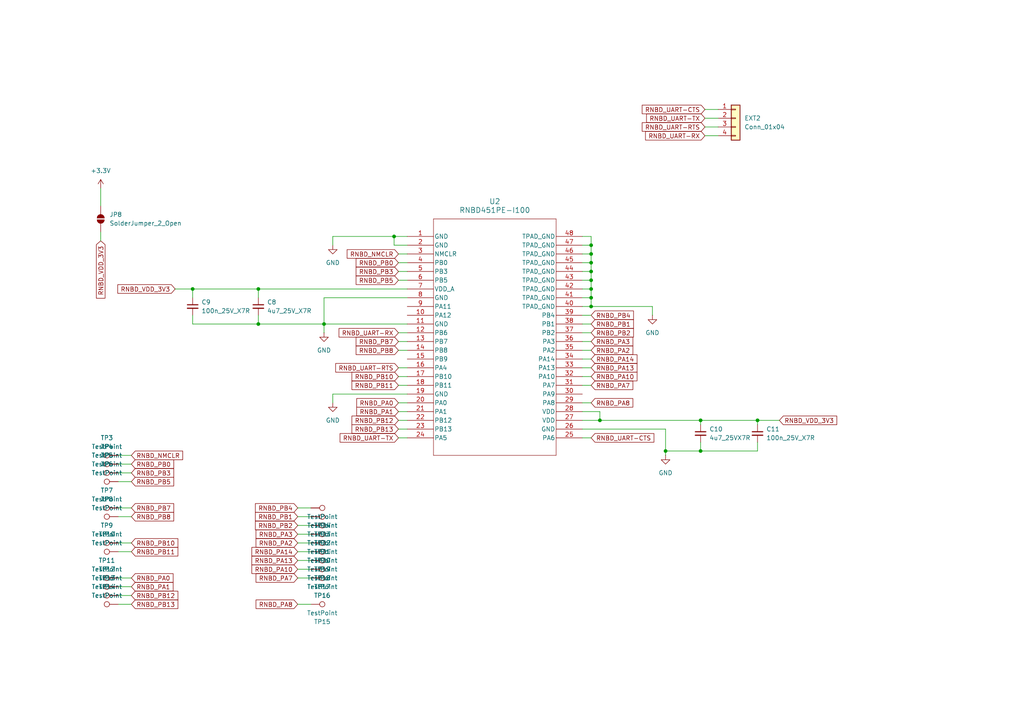
<source format=kicad_sch>
(kicad_sch
	(version 20231120)
	(generator "eeschema")
	(generator_version "8.0")
	(uuid "3b9662f7-44c3-4cbe-8300-26ff396b6ada")
	(paper "A4")
	(lib_symbols
		(symbol "Connector:TestPoint"
			(pin_numbers hide)
			(pin_names
				(offset 0.762) hide)
			(exclude_from_sim no)
			(in_bom yes)
			(on_board yes)
			(property "Reference" "TP"
				(at 0 6.858 0)
				(effects
					(font
						(size 1.27 1.27)
					)
				)
			)
			(property "Value" "TestPoint"
				(at 0 5.08 0)
				(effects
					(font
						(size 1.27 1.27)
					)
				)
			)
			(property "Footprint" ""
				(at 5.08 0 0)
				(effects
					(font
						(size 1.27 1.27)
					)
					(hide yes)
				)
			)
			(property "Datasheet" "~"
				(at 5.08 0 0)
				(effects
					(font
						(size 1.27 1.27)
					)
					(hide yes)
				)
			)
			(property "Description" "test point"
				(at 0 0 0)
				(effects
					(font
						(size 1.27 1.27)
					)
					(hide yes)
				)
			)
			(property "ki_keywords" "test point tp"
				(at 0 0 0)
				(effects
					(font
						(size 1.27 1.27)
					)
					(hide yes)
				)
			)
			(property "ki_fp_filters" "Pin* Test*"
				(at 0 0 0)
				(effects
					(font
						(size 1.27 1.27)
					)
					(hide yes)
				)
			)
			(symbol "TestPoint_0_1"
				(circle
					(center 0 3.302)
					(radius 0.762)
					(stroke
						(width 0)
						(type default)
					)
					(fill
						(type none)
					)
				)
			)
			(symbol "TestPoint_1_1"
				(pin passive line
					(at 0 0 90)
					(length 2.54)
					(name "1"
						(effects
							(font
								(size 1.27 1.27)
							)
						)
					)
					(number "1"
						(effects
							(font
								(size 1.27 1.27)
							)
						)
					)
				)
			)
		)
		(symbol "Connector_Generic:Conn_01x04"
			(pin_names
				(offset 1.016) hide)
			(exclude_from_sim no)
			(in_bom yes)
			(on_board yes)
			(property "Reference" "J"
				(at 0 5.08 0)
				(effects
					(font
						(size 1.27 1.27)
					)
				)
			)
			(property "Value" "Conn_01x04"
				(at 0 -7.62 0)
				(effects
					(font
						(size 1.27 1.27)
					)
				)
			)
			(property "Footprint" ""
				(at 0 0 0)
				(effects
					(font
						(size 1.27 1.27)
					)
					(hide yes)
				)
			)
			(property "Datasheet" "~"
				(at 0 0 0)
				(effects
					(font
						(size 1.27 1.27)
					)
					(hide yes)
				)
			)
			(property "Description" "Generic connector, single row, 01x04, script generated (kicad-library-utils/schlib/autogen/connector/)"
				(at 0 0 0)
				(effects
					(font
						(size 1.27 1.27)
					)
					(hide yes)
				)
			)
			(property "ki_keywords" "connector"
				(at 0 0 0)
				(effects
					(font
						(size 1.27 1.27)
					)
					(hide yes)
				)
			)
			(property "ki_fp_filters" "Connector*:*_1x??_*"
				(at 0 0 0)
				(effects
					(font
						(size 1.27 1.27)
					)
					(hide yes)
				)
			)
			(symbol "Conn_01x04_1_1"
				(rectangle
					(start -1.27 -4.953)
					(end 0 -5.207)
					(stroke
						(width 0.1524)
						(type default)
					)
					(fill
						(type none)
					)
				)
				(rectangle
					(start -1.27 -2.413)
					(end 0 -2.667)
					(stroke
						(width 0.1524)
						(type default)
					)
					(fill
						(type none)
					)
				)
				(rectangle
					(start -1.27 0.127)
					(end 0 -0.127)
					(stroke
						(width 0.1524)
						(type default)
					)
					(fill
						(type none)
					)
				)
				(rectangle
					(start -1.27 2.667)
					(end 0 2.413)
					(stroke
						(width 0.1524)
						(type default)
					)
					(fill
						(type none)
					)
				)
				(rectangle
					(start -1.27 3.81)
					(end 1.27 -6.35)
					(stroke
						(width 0.254)
						(type default)
					)
					(fill
						(type background)
					)
				)
				(pin passive line
					(at -5.08 2.54 0)
					(length 3.81)
					(name "Pin_1"
						(effects
							(font
								(size 1.27 1.27)
							)
						)
					)
					(number "1"
						(effects
							(font
								(size 1.27 1.27)
							)
						)
					)
				)
				(pin passive line
					(at -5.08 0 0)
					(length 3.81)
					(name "Pin_2"
						(effects
							(font
								(size 1.27 1.27)
							)
						)
					)
					(number "2"
						(effects
							(font
								(size 1.27 1.27)
							)
						)
					)
				)
				(pin passive line
					(at -5.08 -2.54 0)
					(length 3.81)
					(name "Pin_3"
						(effects
							(font
								(size 1.27 1.27)
							)
						)
					)
					(number "3"
						(effects
							(font
								(size 1.27 1.27)
							)
						)
					)
				)
				(pin passive line
					(at -5.08 -5.08 0)
					(length 3.81)
					(name "Pin_4"
						(effects
							(font
								(size 1.27 1.27)
							)
						)
					)
					(number "4"
						(effects
							(font
								(size 1.27 1.27)
							)
						)
					)
				)
			)
		)
		(symbol "Device:C_Small"
			(pin_numbers hide)
			(pin_names
				(offset 0.254) hide)
			(exclude_from_sim no)
			(in_bom yes)
			(on_board yes)
			(property "Reference" "C"
				(at 0.254 1.778 0)
				(effects
					(font
						(size 1.27 1.27)
					)
					(justify left)
				)
			)
			(property "Value" "C_Small"
				(at 0.254 -2.032 0)
				(effects
					(font
						(size 1.27 1.27)
					)
					(justify left)
				)
			)
			(property "Footprint" ""
				(at 0 0 0)
				(effects
					(font
						(size 1.27 1.27)
					)
					(hide yes)
				)
			)
			(property "Datasheet" "~"
				(at 0 0 0)
				(effects
					(font
						(size 1.27 1.27)
					)
					(hide yes)
				)
			)
			(property "Description" "Unpolarized capacitor, small symbol"
				(at 0 0 0)
				(effects
					(font
						(size 1.27 1.27)
					)
					(hide yes)
				)
			)
			(property "ki_keywords" "capacitor cap"
				(at 0 0 0)
				(effects
					(font
						(size 1.27 1.27)
					)
					(hide yes)
				)
			)
			(property "ki_fp_filters" "C_*"
				(at 0 0 0)
				(effects
					(font
						(size 1.27 1.27)
					)
					(hide yes)
				)
			)
			(symbol "C_Small_0_1"
				(polyline
					(pts
						(xy -1.524 -0.508) (xy 1.524 -0.508)
					)
					(stroke
						(width 0.3302)
						(type default)
					)
					(fill
						(type none)
					)
				)
				(polyline
					(pts
						(xy -1.524 0.508) (xy 1.524 0.508)
					)
					(stroke
						(width 0.3048)
						(type default)
					)
					(fill
						(type none)
					)
				)
			)
			(symbol "C_Small_1_1"
				(pin passive line
					(at 0 2.54 270)
					(length 2.032)
					(name "~"
						(effects
							(font
								(size 1.27 1.27)
							)
						)
					)
					(number "1"
						(effects
							(font
								(size 1.27 1.27)
							)
						)
					)
				)
				(pin passive line
					(at 0 -2.54 90)
					(length 2.032)
					(name "~"
						(effects
							(font
								(size 1.27 1.27)
							)
						)
					)
					(number "2"
						(effects
							(font
								(size 1.27 1.27)
							)
						)
					)
				)
			)
		)
		(symbol "Jumper:SolderJumper_2_Open"
			(pin_numbers hide)
			(pin_names
				(offset 0) hide)
			(exclude_from_sim yes)
			(in_bom no)
			(on_board yes)
			(property "Reference" "JP"
				(at 0 2.032 0)
				(effects
					(font
						(size 1.27 1.27)
					)
				)
			)
			(property "Value" "SolderJumper_2_Open"
				(at 0 -2.54 0)
				(effects
					(font
						(size 1.27 1.27)
					)
				)
			)
			(property "Footprint" ""
				(at 0 0 0)
				(effects
					(font
						(size 1.27 1.27)
					)
					(hide yes)
				)
			)
			(property "Datasheet" "~"
				(at 0 0 0)
				(effects
					(font
						(size 1.27 1.27)
					)
					(hide yes)
				)
			)
			(property "Description" "Solder Jumper, 2-pole, open"
				(at 0 0 0)
				(effects
					(font
						(size 1.27 1.27)
					)
					(hide yes)
				)
			)
			(property "ki_keywords" "solder jumper SPST"
				(at 0 0 0)
				(effects
					(font
						(size 1.27 1.27)
					)
					(hide yes)
				)
			)
			(property "ki_fp_filters" "SolderJumper*Open*"
				(at 0 0 0)
				(effects
					(font
						(size 1.27 1.27)
					)
					(hide yes)
				)
			)
			(symbol "SolderJumper_2_Open_0_1"
				(arc
					(start -0.254 1.016)
					(mid -1.2656 0)
					(end -0.254 -1.016)
					(stroke
						(width 0)
						(type default)
					)
					(fill
						(type none)
					)
				)
				(arc
					(start -0.254 1.016)
					(mid -1.2656 0)
					(end -0.254 -1.016)
					(stroke
						(width 0)
						(type default)
					)
					(fill
						(type outline)
					)
				)
				(polyline
					(pts
						(xy -0.254 1.016) (xy -0.254 -1.016)
					)
					(stroke
						(width 0)
						(type default)
					)
					(fill
						(type none)
					)
				)
				(polyline
					(pts
						(xy 0.254 1.016) (xy 0.254 -1.016)
					)
					(stroke
						(width 0)
						(type default)
					)
					(fill
						(type none)
					)
				)
				(arc
					(start 0.254 -1.016)
					(mid 1.2656 0)
					(end 0.254 1.016)
					(stroke
						(width 0)
						(type default)
					)
					(fill
						(type none)
					)
				)
				(arc
					(start 0.254 -1.016)
					(mid 1.2656 0)
					(end 0.254 1.016)
					(stroke
						(width 0)
						(type default)
					)
					(fill
						(type outline)
					)
				)
			)
			(symbol "SolderJumper_2_Open_1_1"
				(pin passive line
					(at -3.81 0 0)
					(length 2.54)
					(name "A"
						(effects
							(font
								(size 1.27 1.27)
							)
						)
					)
					(number "1"
						(effects
							(font
								(size 1.27 1.27)
							)
						)
					)
				)
				(pin passive line
					(at 3.81 0 180)
					(length 2.54)
					(name "B"
						(effects
							(font
								(size 1.27 1.27)
							)
						)
					)
					(number "2"
						(effects
							(font
								(size 1.27 1.27)
							)
						)
					)
				)
			)
		)
		(symbol "RNBD451:RNBD451PE-I100"
			(pin_names
				(offset 0.254)
			)
			(exclude_from_sim no)
			(in_bom yes)
			(on_board yes)
			(property "Reference" "U"
				(at 25.4 10.16 0)
				(effects
					(font
						(size 1.524 1.524)
					)
				)
			)
			(property "Value" "RNBD451PE-I100"
				(at 25.4 7.62 0)
				(effects
					(font
						(size 1.524 1.524)
					)
				)
			)
			(property "Footprint" "MOD39_15p5X20p7X2p8_ZSX_MCH"
				(at 0 0 0)
				(effects
					(font
						(size 1.27 1.27)
						(italic yes)
					)
					(hide yes)
				)
			)
			(property "Datasheet" "RNBD451PE-I100"
				(at 0 0 0)
				(effects
					(font
						(size 1.27 1.27)
						(italic yes)
					)
					(hide yes)
				)
			)
			(property "Description" ""
				(at 0 0 0)
				(effects
					(font
						(size 1.27 1.27)
					)
					(hide yes)
				)
			)
			(property "ki_locked" ""
				(at 0 0 0)
				(effects
					(font
						(size 1.27 1.27)
					)
				)
			)
			(property "ki_keywords" "RNBD451PE-I100"
				(at 0 0 0)
				(effects
					(font
						(size 1.27 1.27)
					)
					(hide yes)
				)
			)
			(property "ki_fp_filters" "MOD39_15p5X20p7X2p8_ZSX_MCH"
				(at 0 0 0)
				(effects
					(font
						(size 1.27 1.27)
					)
					(hide yes)
				)
			)
			(symbol "RNBD451PE-I100_0_1"
				(polyline
					(pts
						(xy 7.62 -63.5) (xy 43.18 -63.5)
					)
					(stroke
						(width 0.127)
						(type default)
					)
					(fill
						(type none)
					)
				)
				(polyline
					(pts
						(xy 7.62 5.08) (xy 7.62 -63.5)
					)
					(stroke
						(width 0.127)
						(type default)
					)
					(fill
						(type none)
					)
				)
				(polyline
					(pts
						(xy 43.18 -63.5) (xy 43.18 5.08)
					)
					(stroke
						(width 0.127)
						(type default)
					)
					(fill
						(type none)
					)
				)
				(polyline
					(pts
						(xy 43.18 5.08) (xy 7.62 5.08)
					)
					(stroke
						(width 0.127)
						(type default)
					)
					(fill
						(type none)
					)
				)
				(pin power_out line
					(at 0 0 0)
					(length 7.62)
					(name "GND"
						(effects
							(font
								(size 1.27 1.27)
							)
						)
					)
					(number "1"
						(effects
							(font
								(size 1.27 1.27)
							)
						)
					)
				)
				(pin bidirectional line
					(at 0 -22.86 0)
					(length 7.62)
					(name "PA12"
						(effects
							(font
								(size 1.27 1.27)
							)
						)
					)
					(number "10"
						(effects
							(font
								(size 1.27 1.27)
							)
						)
					)
				)
				(pin power_out line
					(at 0 -25.4 0)
					(length 7.62)
					(name "GND"
						(effects
							(font
								(size 1.27 1.27)
							)
						)
					)
					(number "11"
						(effects
							(font
								(size 1.27 1.27)
							)
						)
					)
				)
				(pin bidirectional line
					(at 0 -27.94 0)
					(length 7.62)
					(name "PB6"
						(effects
							(font
								(size 1.27 1.27)
							)
						)
					)
					(number "12"
						(effects
							(font
								(size 1.27 1.27)
							)
						)
					)
				)
				(pin bidirectional line
					(at 0 -30.48 0)
					(length 7.62)
					(name "PB7"
						(effects
							(font
								(size 1.27 1.27)
							)
						)
					)
					(number "13"
						(effects
							(font
								(size 1.27 1.27)
							)
						)
					)
				)
				(pin bidirectional line
					(at 0 -33.02 0)
					(length 7.62)
					(name "PB8"
						(effects
							(font
								(size 1.27 1.27)
							)
						)
					)
					(number "14"
						(effects
							(font
								(size 1.27 1.27)
							)
						)
					)
				)
				(pin bidirectional line
					(at 0 -35.56 0)
					(length 7.62)
					(name "PB9"
						(effects
							(font
								(size 1.27 1.27)
							)
						)
					)
					(number "15"
						(effects
							(font
								(size 1.27 1.27)
							)
						)
					)
				)
				(pin bidirectional line
					(at 0 -38.1 0)
					(length 7.62)
					(name "PA4"
						(effects
							(font
								(size 1.27 1.27)
							)
						)
					)
					(number "16"
						(effects
							(font
								(size 1.27 1.27)
							)
						)
					)
				)
				(pin bidirectional line
					(at 0 -40.64 0)
					(length 7.62)
					(name "PB10"
						(effects
							(font
								(size 1.27 1.27)
							)
						)
					)
					(number "17"
						(effects
							(font
								(size 1.27 1.27)
							)
						)
					)
				)
				(pin bidirectional line
					(at 0 -43.18 0)
					(length 7.62)
					(name "PB11"
						(effects
							(font
								(size 1.27 1.27)
							)
						)
					)
					(number "18"
						(effects
							(font
								(size 1.27 1.27)
							)
						)
					)
				)
				(pin power_out line
					(at 0 -45.72 0)
					(length 7.62)
					(name "GND"
						(effects
							(font
								(size 1.27 1.27)
							)
						)
					)
					(number "19"
						(effects
							(font
								(size 1.27 1.27)
							)
						)
					)
				)
				(pin power_out line
					(at 0 -2.54 0)
					(length 7.62)
					(name "GND"
						(effects
							(font
								(size 1.27 1.27)
							)
						)
					)
					(number "2"
						(effects
							(font
								(size 1.27 1.27)
							)
						)
					)
				)
				(pin bidirectional line
					(at 0 -48.26 0)
					(length 7.62)
					(name "PA0"
						(effects
							(font
								(size 1.27 1.27)
							)
						)
					)
					(number "20"
						(effects
							(font
								(size 1.27 1.27)
							)
						)
					)
				)
				(pin bidirectional line
					(at 0 -50.8 0)
					(length 7.62)
					(name "PA1"
						(effects
							(font
								(size 1.27 1.27)
							)
						)
					)
					(number "21"
						(effects
							(font
								(size 1.27 1.27)
							)
						)
					)
				)
				(pin bidirectional line
					(at 0 -53.34 0)
					(length 7.62)
					(name "PB12"
						(effects
							(font
								(size 1.27 1.27)
							)
						)
					)
					(number "22"
						(effects
							(font
								(size 1.27 1.27)
							)
						)
					)
				)
				(pin bidirectional line
					(at 0 -55.88 0)
					(length 7.62)
					(name "PB13"
						(effects
							(font
								(size 1.27 1.27)
							)
						)
					)
					(number "23"
						(effects
							(font
								(size 1.27 1.27)
							)
						)
					)
				)
				(pin bidirectional line
					(at 0 -58.42 0)
					(length 7.62)
					(name "PA5"
						(effects
							(font
								(size 1.27 1.27)
							)
						)
					)
					(number "24"
						(effects
							(font
								(size 1.27 1.27)
							)
						)
					)
				)
				(pin bidirectional line
					(at 50.8 -58.42 180)
					(length 7.62)
					(name "PA6"
						(effects
							(font
								(size 1.27 1.27)
							)
						)
					)
					(number "25"
						(effects
							(font
								(size 1.27 1.27)
							)
						)
					)
				)
				(pin power_out line
					(at 50.8 -55.88 180)
					(length 7.62)
					(name "GND"
						(effects
							(font
								(size 1.27 1.27)
							)
						)
					)
					(number "26"
						(effects
							(font
								(size 1.27 1.27)
							)
						)
					)
				)
				(pin power_in line
					(at 50.8 -53.34 180)
					(length 7.62)
					(name "VDD"
						(effects
							(font
								(size 1.27 1.27)
							)
						)
					)
					(number "27"
						(effects
							(font
								(size 1.27 1.27)
							)
						)
					)
				)
				(pin power_in line
					(at 50.8 -50.8 180)
					(length 7.62)
					(name "VDD"
						(effects
							(font
								(size 1.27 1.27)
							)
						)
					)
					(number "28"
						(effects
							(font
								(size 1.27 1.27)
							)
						)
					)
				)
				(pin bidirectional line
					(at 50.8 -48.26 180)
					(length 7.62)
					(name "PA8"
						(effects
							(font
								(size 1.27 1.27)
							)
						)
					)
					(number "29"
						(effects
							(font
								(size 1.27 1.27)
							)
						)
					)
				)
				(pin input line
					(at 0 -5.08 0)
					(length 7.62)
					(name "NMCLR"
						(effects
							(font
								(size 1.27 1.27)
							)
						)
					)
					(number "3"
						(effects
							(font
								(size 1.27 1.27)
							)
						)
					)
				)
				(pin bidirectional line
					(at 50.8 -45.72 180)
					(length 7.62)
					(name "PA9"
						(effects
							(font
								(size 1.27 1.27)
							)
						)
					)
					(number "30"
						(effects
							(font
								(size 1.27 1.27)
							)
						)
					)
				)
				(pin bidirectional line
					(at 50.8 -43.18 180)
					(length 7.62)
					(name "PA7"
						(effects
							(font
								(size 1.27 1.27)
							)
						)
					)
					(number "31"
						(effects
							(font
								(size 1.27 1.27)
							)
						)
					)
				)
				(pin bidirectional line
					(at 50.8 -40.64 180)
					(length 7.62)
					(name "PA10"
						(effects
							(font
								(size 1.27 1.27)
							)
						)
					)
					(number "32"
						(effects
							(font
								(size 1.27 1.27)
							)
						)
					)
				)
				(pin bidirectional line
					(at 50.8 -38.1 180)
					(length 7.62)
					(name "PA13"
						(effects
							(font
								(size 1.27 1.27)
							)
						)
					)
					(number "33"
						(effects
							(font
								(size 1.27 1.27)
							)
						)
					)
				)
				(pin bidirectional line
					(at 50.8 -35.56 180)
					(length 7.62)
					(name "PA14"
						(effects
							(font
								(size 1.27 1.27)
							)
						)
					)
					(number "34"
						(effects
							(font
								(size 1.27 1.27)
							)
						)
					)
				)
				(pin bidirectional line
					(at 50.8 -33.02 180)
					(length 7.62)
					(name "PA2"
						(effects
							(font
								(size 1.27 1.27)
							)
						)
					)
					(number "35"
						(effects
							(font
								(size 1.27 1.27)
							)
						)
					)
				)
				(pin bidirectional line
					(at 50.8 -30.48 180)
					(length 7.62)
					(name "PA3"
						(effects
							(font
								(size 1.27 1.27)
							)
						)
					)
					(number "36"
						(effects
							(font
								(size 1.27 1.27)
							)
						)
					)
				)
				(pin bidirectional line
					(at 50.8 -27.94 180)
					(length 7.62)
					(name "PB2"
						(effects
							(font
								(size 1.27 1.27)
							)
						)
					)
					(number "37"
						(effects
							(font
								(size 1.27 1.27)
							)
						)
					)
				)
				(pin bidirectional line
					(at 50.8 -25.4 180)
					(length 7.62)
					(name "PB1"
						(effects
							(font
								(size 1.27 1.27)
							)
						)
					)
					(number "38"
						(effects
							(font
								(size 1.27 1.27)
							)
						)
					)
				)
				(pin bidirectional line
					(at 50.8 -22.86 180)
					(length 7.62)
					(name "PB4"
						(effects
							(font
								(size 1.27 1.27)
							)
						)
					)
					(number "39"
						(effects
							(font
								(size 1.27 1.27)
							)
						)
					)
				)
				(pin bidirectional line
					(at 0 -7.62 0)
					(length 7.62)
					(name "PB0"
						(effects
							(font
								(size 1.27 1.27)
							)
						)
					)
					(number "4"
						(effects
							(font
								(size 1.27 1.27)
							)
						)
					)
				)
				(pin power_out line
					(at 50.8 -20.32 180)
					(length 7.62)
					(name "TPAD_GND"
						(effects
							(font
								(size 1.27 1.27)
							)
						)
					)
					(number "40"
						(effects
							(font
								(size 1.27 1.27)
							)
						)
					)
				)
				(pin power_out line
					(at 50.8 -17.78 180)
					(length 7.62)
					(name "TPAD_GND"
						(effects
							(font
								(size 1.27 1.27)
							)
						)
					)
					(number "41"
						(effects
							(font
								(size 1.27 1.27)
							)
						)
					)
				)
				(pin power_out line
					(at 50.8 -15.24 180)
					(length 7.62)
					(name "TPAD_GND"
						(effects
							(font
								(size 1.27 1.27)
							)
						)
					)
					(number "42"
						(effects
							(font
								(size 1.27 1.27)
							)
						)
					)
				)
				(pin power_out line
					(at 50.8 -12.7 180)
					(length 7.62)
					(name "TPAD_GND"
						(effects
							(font
								(size 1.27 1.27)
							)
						)
					)
					(number "43"
						(effects
							(font
								(size 1.27 1.27)
							)
						)
					)
				)
				(pin power_out line
					(at 50.8 -10.16 180)
					(length 7.62)
					(name "TPAD_GND"
						(effects
							(font
								(size 1.27 1.27)
							)
						)
					)
					(number "44"
						(effects
							(font
								(size 1.27 1.27)
							)
						)
					)
				)
				(pin power_out line
					(at 50.8 -7.62 180)
					(length 7.62)
					(name "TPAD_GND"
						(effects
							(font
								(size 1.27 1.27)
							)
						)
					)
					(number "45"
						(effects
							(font
								(size 1.27 1.27)
							)
						)
					)
				)
				(pin power_out line
					(at 50.8 -5.08 180)
					(length 7.62)
					(name "TPAD_GND"
						(effects
							(font
								(size 1.27 1.27)
							)
						)
					)
					(number "46"
						(effects
							(font
								(size 1.27 1.27)
							)
						)
					)
				)
				(pin power_out line
					(at 50.8 -2.54 180)
					(length 7.62)
					(name "TPAD_GND"
						(effects
							(font
								(size 1.27 1.27)
							)
						)
					)
					(number "47"
						(effects
							(font
								(size 1.27 1.27)
							)
						)
					)
				)
				(pin power_out line
					(at 50.8 0 180)
					(length 7.62)
					(name "TPAD_GND"
						(effects
							(font
								(size 1.27 1.27)
							)
						)
					)
					(number "48"
						(effects
							(font
								(size 1.27 1.27)
							)
						)
					)
				)
				(pin bidirectional line
					(at 0 -10.16 0)
					(length 7.62)
					(name "PB3"
						(effects
							(font
								(size 1.27 1.27)
							)
						)
					)
					(number "5"
						(effects
							(font
								(size 1.27 1.27)
							)
						)
					)
				)
				(pin bidirectional line
					(at 0 -12.7 0)
					(length 7.62)
					(name "PB5"
						(effects
							(font
								(size 1.27 1.27)
							)
						)
					)
					(number "6"
						(effects
							(font
								(size 1.27 1.27)
							)
						)
					)
				)
				(pin power_in line
					(at 0 -15.24 0)
					(length 7.62)
					(name "VDD_A"
						(effects
							(font
								(size 1.27 1.27)
							)
						)
					)
					(number "7"
						(effects
							(font
								(size 1.27 1.27)
							)
						)
					)
				)
				(pin power_out line
					(at 0 -17.78 0)
					(length 7.62)
					(name "GND"
						(effects
							(font
								(size 1.27 1.27)
							)
						)
					)
					(number "8"
						(effects
							(font
								(size 1.27 1.27)
							)
						)
					)
				)
				(pin bidirectional line
					(at 0 -20.32 0)
					(length 7.62)
					(name "PA11"
						(effects
							(font
								(size 1.27 1.27)
							)
						)
					)
					(number "9"
						(effects
							(font
								(size 1.27 1.27)
							)
						)
					)
				)
			)
		)
		(symbol "power:+3.3V"
			(power)
			(pin_numbers hide)
			(pin_names
				(offset 0) hide)
			(exclude_from_sim no)
			(in_bom yes)
			(on_board yes)
			(property "Reference" "#PWR"
				(at 0 -3.81 0)
				(effects
					(font
						(size 1.27 1.27)
					)
					(hide yes)
				)
			)
			(property "Value" "+3.3V"
				(at 0 3.556 0)
				(effects
					(font
						(size 1.27 1.27)
					)
				)
			)
			(property "Footprint" ""
				(at 0 0 0)
				(effects
					(font
						(size 1.27 1.27)
					)
					(hide yes)
				)
			)
			(property "Datasheet" ""
				(at 0 0 0)
				(effects
					(font
						(size 1.27 1.27)
					)
					(hide yes)
				)
			)
			(property "Description" "Power symbol creates a global label with name \"+3.3V\""
				(at 0 0 0)
				(effects
					(font
						(size 1.27 1.27)
					)
					(hide yes)
				)
			)
			(property "ki_keywords" "global power"
				(at 0 0 0)
				(effects
					(font
						(size 1.27 1.27)
					)
					(hide yes)
				)
			)
			(symbol "+3.3V_0_1"
				(polyline
					(pts
						(xy -0.762 1.27) (xy 0 2.54)
					)
					(stroke
						(width 0)
						(type default)
					)
					(fill
						(type none)
					)
				)
				(polyline
					(pts
						(xy 0 0) (xy 0 2.54)
					)
					(stroke
						(width 0)
						(type default)
					)
					(fill
						(type none)
					)
				)
				(polyline
					(pts
						(xy 0 2.54) (xy 0.762 1.27)
					)
					(stroke
						(width 0)
						(type default)
					)
					(fill
						(type none)
					)
				)
			)
			(symbol "+3.3V_1_1"
				(pin power_in line
					(at 0 0 90)
					(length 0)
					(name "~"
						(effects
							(font
								(size 1.27 1.27)
							)
						)
					)
					(number "1"
						(effects
							(font
								(size 1.27 1.27)
							)
						)
					)
				)
			)
		)
		(symbol "power:GND"
			(power)
			(pin_numbers hide)
			(pin_names
				(offset 0) hide)
			(exclude_from_sim no)
			(in_bom yes)
			(on_board yes)
			(property "Reference" "#PWR"
				(at 0 -6.35 0)
				(effects
					(font
						(size 1.27 1.27)
					)
					(hide yes)
				)
			)
			(property "Value" "GND"
				(at 0 -3.81 0)
				(effects
					(font
						(size 1.27 1.27)
					)
				)
			)
			(property "Footprint" ""
				(at 0 0 0)
				(effects
					(font
						(size 1.27 1.27)
					)
					(hide yes)
				)
			)
			(property "Datasheet" ""
				(at 0 0 0)
				(effects
					(font
						(size 1.27 1.27)
					)
					(hide yes)
				)
			)
			(property "Description" "Power symbol creates a global label with name \"GND\" , ground"
				(at 0 0 0)
				(effects
					(font
						(size 1.27 1.27)
					)
					(hide yes)
				)
			)
			(property "ki_keywords" "global power"
				(at 0 0 0)
				(effects
					(font
						(size 1.27 1.27)
					)
					(hide yes)
				)
			)
			(symbol "GND_0_1"
				(polyline
					(pts
						(xy 0 0) (xy 0 -1.27) (xy 1.27 -1.27) (xy 0 -2.54) (xy -1.27 -1.27) (xy 0 -1.27)
					)
					(stroke
						(width 0)
						(type default)
					)
					(fill
						(type none)
					)
				)
			)
			(symbol "GND_1_1"
				(pin power_in line
					(at 0 0 270)
					(length 0)
					(name "~"
						(effects
							(font
								(size 1.27 1.27)
							)
						)
					)
					(number "1"
						(effects
							(font
								(size 1.27 1.27)
							)
						)
					)
				)
			)
		)
	)
	(junction
		(at 203.2 121.92)
		(diameter 0)
		(color 0 0 0 0)
		(uuid "06cb34f1-0504-42b3-b540-514a4e55810e")
	)
	(junction
		(at 114.3 68.58)
		(diameter 0)
		(color 0 0 0 0)
		(uuid "0aa1e659-82e1-4c4b-bca9-f789dab8822c")
	)
	(junction
		(at 171.45 78.74)
		(diameter 0)
		(color 0 0 0 0)
		(uuid "11051f3e-b7c3-419d-a9b2-fd748c78fc39")
	)
	(junction
		(at 193.04 130.81)
		(diameter 0)
		(color 0 0 0 0)
		(uuid "12511dd2-c81b-4000-b43c-aa41c70f885c")
	)
	(junction
		(at 171.45 81.28)
		(diameter 0)
		(color 0 0 0 0)
		(uuid "3c386fb6-3a10-4bbc-8d4f-1469bed9c1ea")
	)
	(junction
		(at 173.99 121.92)
		(diameter 0)
		(color 0 0 0 0)
		(uuid "5aa590aa-f902-4b56-8ac6-7d9269a17de6")
	)
	(junction
		(at 171.45 73.66)
		(diameter 0)
		(color 0 0 0 0)
		(uuid "673c3bd3-d6d4-4a9e-962f-5c906dd75127")
	)
	(junction
		(at 93.98 93.98)
		(diameter 0)
		(color 0 0 0 0)
		(uuid "7794af64-a1af-4508-b19e-dcb99c817536")
	)
	(junction
		(at 171.45 88.9)
		(diameter 0)
		(color 0 0 0 0)
		(uuid "9e93b750-d048-4f51-ac65-e2f12e6550ae")
	)
	(junction
		(at 55.88 83.82)
		(diameter 0)
		(color 0 0 0 0)
		(uuid "9f7cf360-2ef9-4185-8504-ca025670caef")
	)
	(junction
		(at 171.45 76.2)
		(diameter 0)
		(color 0 0 0 0)
		(uuid "a21c2282-be4f-4452-8362-43e69cb9fc07")
	)
	(junction
		(at 171.45 86.36)
		(diameter 0)
		(color 0 0 0 0)
		(uuid "b728388a-037c-485c-ba80-4a00c1db4ec6")
	)
	(junction
		(at 171.45 71.12)
		(diameter 0)
		(color 0 0 0 0)
		(uuid "bba9366f-9e77-42b7-8be6-2711817f8ecc")
	)
	(junction
		(at 74.93 93.98)
		(diameter 0)
		(color 0 0 0 0)
		(uuid "beebf498-29fb-41cc-a326-1417694840be")
	)
	(junction
		(at 74.93 83.82)
		(diameter 0)
		(color 0 0 0 0)
		(uuid "c2979b1c-4ffa-451c-b41d-eb836654e7be")
	)
	(junction
		(at 219.71 121.92)
		(diameter 0)
		(color 0 0 0 0)
		(uuid "d5524475-5f00-4d41-90fe-ed42c278bfdc")
	)
	(junction
		(at 203.2 130.81)
		(diameter 0)
		(color 0 0 0 0)
		(uuid "d78183e9-6ddf-4747-9895-109c3626c73d")
	)
	(junction
		(at 171.45 83.82)
		(diameter 0)
		(color 0 0 0 0)
		(uuid "f0e5d511-e7a3-4ad2-a309-5fff825a66db")
	)
	(wire
		(pts
			(xy 55.88 83.82) (xy 55.88 86.36)
		)
		(stroke
			(width 0)
			(type default)
		)
		(uuid "01ba6b41-40e1-47cd-9305-687ed0db07b1")
	)
	(wire
		(pts
			(xy 204.47 34.29) (xy 208.28 34.29)
		)
		(stroke
			(width 0)
			(type default)
		)
		(uuid "04bf6674-52b8-42a0-88cb-c6704f4fc0ac")
	)
	(wire
		(pts
			(xy 193.04 130.81) (xy 193.04 132.08)
		)
		(stroke
			(width 0)
			(type default)
		)
		(uuid "069124fc-26a9-43f9-aa93-e8579630e028")
	)
	(wire
		(pts
			(xy 171.45 76.2) (xy 171.45 78.74)
		)
		(stroke
			(width 0)
			(type default)
		)
		(uuid "0b01d922-b267-4d8a-909b-b9d5c46fa6a5")
	)
	(wire
		(pts
			(xy 168.91 93.98) (xy 171.45 93.98)
		)
		(stroke
			(width 0)
			(type default)
		)
		(uuid "0d048ee8-fa3d-44d2-a4ea-257457401fba")
	)
	(wire
		(pts
			(xy 34.29 157.48) (xy 38.1 157.48)
		)
		(stroke
			(width 0)
			(type default)
		)
		(uuid "0e44dd85-c5c0-4351-9037-6535369154d8")
	)
	(wire
		(pts
			(xy 173.99 121.92) (xy 203.2 121.92)
		)
		(stroke
			(width 0)
			(type default)
		)
		(uuid "0f838ffd-3266-41d4-a02f-95ba958296e5")
	)
	(wire
		(pts
			(xy 90.17 157.48) (xy 86.36 157.48)
		)
		(stroke
			(width 0)
			(type default)
		)
		(uuid "1095dcc0-3b0e-4f98-af69-5ea2c8a8b3ca")
	)
	(wire
		(pts
			(xy 90.17 167.64) (xy 86.36 167.64)
		)
		(stroke
			(width 0)
			(type default)
		)
		(uuid "113ecfb4-5493-40e5-83d9-e941b4b044ce")
	)
	(wire
		(pts
			(xy 34.29 160.02) (xy 38.1 160.02)
		)
		(stroke
			(width 0)
			(type default)
		)
		(uuid "14715018-f222-4b7b-8280-3cba54f6f46e")
	)
	(wire
		(pts
			(xy 171.45 68.58) (xy 171.45 71.12)
		)
		(stroke
			(width 0)
			(type default)
		)
		(uuid "1a04b58f-7133-4ba0-8402-3a5ef901a8f7")
	)
	(wire
		(pts
			(xy 34.29 170.18) (xy 38.1 170.18)
		)
		(stroke
			(width 0)
			(type default)
		)
		(uuid "1c8643ca-7d18-48c9-81c1-88017fa9563a")
	)
	(wire
		(pts
			(xy 168.91 96.52) (xy 171.45 96.52)
		)
		(stroke
			(width 0)
			(type default)
		)
		(uuid "1d909a78-4864-46ac-91c3-5fe5c1659f72")
	)
	(wire
		(pts
			(xy 34.29 175.26) (xy 38.1 175.26)
		)
		(stroke
			(width 0)
			(type default)
		)
		(uuid "20f246e2-b257-4a27-b8be-dc7bf0f2bc8e")
	)
	(wire
		(pts
			(xy 114.3 71.12) (xy 114.3 68.58)
		)
		(stroke
			(width 0)
			(type default)
		)
		(uuid "221d79a2-4480-413f-9848-8d33ed5032da")
	)
	(wire
		(pts
			(xy 168.91 71.12) (xy 171.45 71.12)
		)
		(stroke
			(width 0)
			(type default)
		)
		(uuid "238201c8-f1f0-4110-83b3-6aa36fb038ba")
	)
	(wire
		(pts
			(xy 168.91 116.84) (xy 171.45 116.84)
		)
		(stroke
			(width 0)
			(type default)
		)
		(uuid "23cd4eef-6e9f-497b-a6f1-1b1dccd26502")
	)
	(wire
		(pts
			(xy 203.2 128.27) (xy 203.2 130.81)
		)
		(stroke
			(width 0)
			(type default)
		)
		(uuid "24c5e9ee-6b53-465a-a67a-d037bff696a6")
	)
	(wire
		(pts
			(xy 171.45 81.28) (xy 171.45 83.82)
		)
		(stroke
			(width 0)
			(type default)
		)
		(uuid "2b56798c-039a-43fe-ab5e-b46485440fec")
	)
	(wire
		(pts
			(xy 90.17 154.94) (xy 86.36 154.94)
		)
		(stroke
			(width 0)
			(type default)
		)
		(uuid "2fcc260f-6c13-4228-9d14-befdfdc9f694")
	)
	(wire
		(pts
			(xy 29.21 69.85) (xy 29.21 67.31)
		)
		(stroke
			(width 0)
			(type default)
		)
		(uuid "300c2174-772e-4491-b774-86b6a8695a36")
	)
	(wire
		(pts
			(xy 34.29 167.64) (xy 38.1 167.64)
		)
		(stroke
			(width 0)
			(type default)
		)
		(uuid "364a00c3-a483-4fdf-a634-f1c03db9c00c")
	)
	(wire
		(pts
			(xy 90.17 165.1) (xy 86.36 165.1)
		)
		(stroke
			(width 0)
			(type default)
		)
		(uuid "37d3385c-5921-4441-8186-9d5ce275b17f")
	)
	(wire
		(pts
			(xy 193.04 124.46) (xy 193.04 130.81)
		)
		(stroke
			(width 0)
			(type default)
		)
		(uuid "38417e8d-c63b-4b8c-a395-fc6f2370ca69")
	)
	(wire
		(pts
			(xy 219.71 121.92) (xy 226.06 121.92)
		)
		(stroke
			(width 0)
			(type default)
		)
		(uuid "3927d15d-a7d5-4821-801e-77e688861908")
	)
	(wire
		(pts
			(xy 74.93 83.82) (xy 118.11 83.82)
		)
		(stroke
			(width 0)
			(type default)
		)
		(uuid "3950c967-c855-4afe-826d-0d5be230210e")
	)
	(wire
		(pts
			(xy 115.57 116.84) (xy 118.11 116.84)
		)
		(stroke
			(width 0)
			(type default)
		)
		(uuid "3c65f706-129b-4800-a148-087de3af3f57")
	)
	(wire
		(pts
			(xy 168.91 127) (xy 171.45 127)
		)
		(stroke
			(width 0)
			(type default)
		)
		(uuid "3c7a66de-b590-4cda-b718-ab1f361a2d4e")
	)
	(wire
		(pts
			(xy 118.11 71.12) (xy 114.3 71.12)
		)
		(stroke
			(width 0)
			(type default)
		)
		(uuid "3dfc5d85-a72b-4f6d-b315-03dda57425d8")
	)
	(wire
		(pts
			(xy 74.93 83.82) (xy 74.93 86.36)
		)
		(stroke
			(width 0)
			(type default)
		)
		(uuid "487b3b96-0508-4a38-9f30-7ed9c3736315")
	)
	(wire
		(pts
			(xy 168.91 81.28) (xy 171.45 81.28)
		)
		(stroke
			(width 0)
			(type default)
		)
		(uuid "498cf719-433c-4d16-b9ae-b139dad0dc97")
	)
	(wire
		(pts
			(xy 171.45 78.74) (xy 171.45 81.28)
		)
		(stroke
			(width 0)
			(type default)
		)
		(uuid "4a1fde0c-86be-4c5b-b50c-331557863516")
	)
	(wire
		(pts
			(xy 219.71 121.92) (xy 219.71 123.19)
		)
		(stroke
			(width 0)
			(type default)
		)
		(uuid "4d65cb13-797e-4062-8cad-e2be620e0cb6")
	)
	(wire
		(pts
			(xy 34.29 132.08) (xy 38.1 132.08)
		)
		(stroke
			(width 0)
			(type default)
		)
		(uuid "4ef3e87e-9974-459d-9ce3-968f6224d30e")
	)
	(wire
		(pts
			(xy 168.91 104.14) (xy 171.45 104.14)
		)
		(stroke
			(width 0)
			(type default)
		)
		(uuid "5170f57c-ccf1-44a9-b51e-1e784e738b5c")
	)
	(wire
		(pts
			(xy 115.57 119.38) (xy 118.11 119.38)
		)
		(stroke
			(width 0)
			(type default)
		)
		(uuid "52a808d8-516b-4ba8-91db-304919e3da69")
	)
	(wire
		(pts
			(xy 115.57 73.66) (xy 118.11 73.66)
		)
		(stroke
			(width 0)
			(type default)
		)
		(uuid "57e6f96a-904b-4909-9857-2d99a479ad0c")
	)
	(wire
		(pts
			(xy 203.2 121.92) (xy 219.71 121.92)
		)
		(stroke
			(width 0)
			(type default)
		)
		(uuid "5a8d4bbd-646d-482c-acff-12143efa9c05")
	)
	(wire
		(pts
			(xy 115.57 124.46) (xy 118.11 124.46)
		)
		(stroke
			(width 0)
			(type default)
		)
		(uuid "5d6db618-4df7-4265-b808-8ad89695ff2b")
	)
	(wire
		(pts
			(xy 168.91 124.46) (xy 193.04 124.46)
		)
		(stroke
			(width 0)
			(type default)
		)
		(uuid "61b84ec1-f3fc-4df7-a2ff-021378ad86dc")
	)
	(wire
		(pts
			(xy 168.91 76.2) (xy 171.45 76.2)
		)
		(stroke
			(width 0)
			(type default)
		)
		(uuid "6280ae30-fa0f-42b0-869f-7b52ccd5ff2f")
	)
	(wire
		(pts
			(xy 34.29 139.7) (xy 38.1 139.7)
		)
		(stroke
			(width 0)
			(type default)
		)
		(uuid "64bafd06-0340-49a4-9671-352e4a95dfa8")
	)
	(wire
		(pts
			(xy 114.3 68.58) (xy 96.52 68.58)
		)
		(stroke
			(width 0)
			(type default)
		)
		(uuid "67c6aafa-e964-4026-9b65-9ca6fa54e7e0")
	)
	(wire
		(pts
			(xy 34.29 172.72) (xy 38.1 172.72)
		)
		(stroke
			(width 0)
			(type default)
		)
		(uuid "68036db3-ecee-4098-925c-eabc68402569")
	)
	(wire
		(pts
			(xy 34.29 149.86) (xy 38.1 149.86)
		)
		(stroke
			(width 0)
			(type default)
		)
		(uuid "68a96314-0c4a-4cf5-b944-14ee5fecd40e")
	)
	(wire
		(pts
			(xy 118.11 68.58) (xy 114.3 68.58)
		)
		(stroke
			(width 0)
			(type default)
		)
		(uuid "6b27a0f0-6154-4efb-9548-60862d29d50c")
	)
	(wire
		(pts
			(xy 168.91 88.9) (xy 171.45 88.9)
		)
		(stroke
			(width 0)
			(type default)
		)
		(uuid "742ed6a2-9407-43fd-aeaa-3f7ad19e7521")
	)
	(wire
		(pts
			(xy 171.45 83.82) (xy 171.45 86.36)
		)
		(stroke
			(width 0)
			(type default)
		)
		(uuid "75efbd60-ee26-4991-a999-62079476371a")
	)
	(wire
		(pts
			(xy 115.57 106.68) (xy 118.11 106.68)
		)
		(stroke
			(width 0)
			(type default)
		)
		(uuid "791ac1a1-ea87-43b2-a263-57c7b310ad3a")
	)
	(wire
		(pts
			(xy 90.17 160.02) (xy 86.36 160.02)
		)
		(stroke
			(width 0)
			(type default)
		)
		(uuid "7d073944-97f8-4ff4-ad4b-e6951c13e36f")
	)
	(wire
		(pts
			(xy 115.57 111.76) (xy 118.11 111.76)
		)
		(stroke
			(width 0)
			(type default)
		)
		(uuid "7e74a439-597f-4f84-b60e-9a6987b9df12")
	)
	(wire
		(pts
			(xy 115.57 78.74) (xy 118.11 78.74)
		)
		(stroke
			(width 0)
			(type default)
		)
		(uuid "7e8ea972-a175-47ae-a542-3b708f11f898")
	)
	(wire
		(pts
			(xy 74.93 91.44) (xy 74.93 93.98)
		)
		(stroke
			(width 0)
			(type default)
		)
		(uuid "7faaabf9-b600-41fb-b093-7e3836f7cba9")
	)
	(wire
		(pts
			(xy 90.17 149.86) (xy 86.36 149.86)
		)
		(stroke
			(width 0)
			(type default)
		)
		(uuid "83bc5ac3-777e-4b11-a70a-fdab73ed7ab1")
	)
	(wire
		(pts
			(xy 171.45 71.12) (xy 171.45 73.66)
		)
		(stroke
			(width 0)
			(type default)
		)
		(uuid "86eb6a5c-b696-4c6d-aefc-1e456aca6856")
	)
	(wire
		(pts
			(xy 171.45 86.36) (xy 171.45 88.9)
		)
		(stroke
			(width 0)
			(type default)
		)
		(uuid "874ef6e2-60cd-4a27-b0ab-0bb7942b1621")
	)
	(wire
		(pts
			(xy 34.29 134.62) (xy 38.1 134.62)
		)
		(stroke
			(width 0)
			(type default)
		)
		(uuid "8b29021d-3a7d-4709-b402-2301fce9536d")
	)
	(wire
		(pts
			(xy 204.47 36.83) (xy 208.28 36.83)
		)
		(stroke
			(width 0)
			(type default)
		)
		(uuid "8e072b5b-342f-4981-bd93-9afc2b580545")
	)
	(wire
		(pts
			(xy 189.23 88.9) (xy 189.23 91.44)
		)
		(stroke
			(width 0)
			(type default)
		)
		(uuid "95f4b71c-a08c-4dee-a0a3-33a9d7896a66")
	)
	(wire
		(pts
			(xy 55.88 83.82) (xy 74.93 83.82)
		)
		(stroke
			(width 0)
			(type default)
		)
		(uuid "961603e3-692b-4391-965b-ddec07992105")
	)
	(wire
		(pts
			(xy 168.91 73.66) (xy 171.45 73.66)
		)
		(stroke
			(width 0)
			(type default)
		)
		(uuid "97e9972c-ee9e-4a67-9182-b147b0fa9226")
	)
	(wire
		(pts
			(xy 168.91 91.44) (xy 171.45 91.44)
		)
		(stroke
			(width 0)
			(type default)
		)
		(uuid "97f0768f-fc05-4981-8677-6c6f0002ed1f")
	)
	(wire
		(pts
			(xy 90.17 175.26) (xy 86.36 175.26)
		)
		(stroke
			(width 0)
			(type default)
		)
		(uuid "983f35dd-0f87-454f-936a-fa243320cdb2")
	)
	(wire
		(pts
			(xy 168.91 111.76) (xy 171.45 111.76)
		)
		(stroke
			(width 0)
			(type default)
		)
		(uuid "993c0fdd-5dbd-47b2-af99-9bb4f1042448")
	)
	(wire
		(pts
			(xy 115.57 127) (xy 118.11 127)
		)
		(stroke
			(width 0)
			(type default)
		)
		(uuid "99d8d95a-6d34-459e-8a94-35af0b15a469")
	)
	(wire
		(pts
			(xy 173.99 119.38) (xy 173.99 121.92)
		)
		(stroke
			(width 0)
			(type default)
		)
		(uuid "99e0d90b-5e5d-4b38-90dc-16d6d7877aee")
	)
	(wire
		(pts
			(xy 115.57 109.22) (xy 118.11 109.22)
		)
		(stroke
			(width 0)
			(type default)
		)
		(uuid "9afd6aa2-8afc-415e-83df-5b5367cf66b3")
	)
	(wire
		(pts
			(xy 50.8 83.82) (xy 55.88 83.82)
		)
		(stroke
			(width 0)
			(type default)
		)
		(uuid "9cc0aa79-695e-4c4a-b53a-24e1401217a6")
	)
	(wire
		(pts
			(xy 204.47 39.37) (xy 208.28 39.37)
		)
		(stroke
			(width 0)
			(type default)
		)
		(uuid "9d7d5182-29fd-4f42-a5a0-bae877bd2f29")
	)
	(wire
		(pts
			(xy 168.91 99.06) (xy 171.45 99.06)
		)
		(stroke
			(width 0)
			(type default)
		)
		(uuid "a20901a8-f3b7-4934-94ad-a3235a8138ed")
	)
	(wire
		(pts
			(xy 203.2 130.81) (xy 193.04 130.81)
		)
		(stroke
			(width 0)
			(type default)
		)
		(uuid "a2330657-cdef-4d1d-9f76-79aadf249234")
	)
	(wire
		(pts
			(xy 93.98 93.98) (xy 93.98 96.52)
		)
		(stroke
			(width 0)
			(type default)
		)
		(uuid "a2630bc8-86fa-44ad-8b20-d6639fda5a9a")
	)
	(wire
		(pts
			(xy 90.17 152.4) (xy 86.36 152.4)
		)
		(stroke
			(width 0)
			(type default)
		)
		(uuid "a273ff17-26ba-4fc8-aafa-d87279aa2776")
	)
	(wire
		(pts
			(xy 219.71 130.81) (xy 203.2 130.81)
		)
		(stroke
			(width 0)
			(type default)
		)
		(uuid "a2c9d283-bc30-4059-ae6c-686d843fd11d")
	)
	(wire
		(pts
			(xy 168.91 106.68) (xy 171.45 106.68)
		)
		(stroke
			(width 0)
			(type default)
		)
		(uuid "a4401bae-e9d7-42e9-9eea-580167233e99")
	)
	(wire
		(pts
			(xy 168.91 78.74) (xy 171.45 78.74)
		)
		(stroke
			(width 0)
			(type default)
		)
		(uuid "a64dd199-0ec3-4836-bbf6-41b78b4b97a2")
	)
	(wire
		(pts
			(xy 115.57 76.2) (xy 118.11 76.2)
		)
		(stroke
			(width 0)
			(type default)
		)
		(uuid "aa7b1e21-02f5-40af-8704-1597a6112181")
	)
	(wire
		(pts
			(xy 219.71 128.27) (xy 219.71 130.81)
		)
		(stroke
			(width 0)
			(type default)
		)
		(uuid "ad7ae51e-bbe6-4e3b-8812-c7d051b6dec5")
	)
	(wire
		(pts
			(xy 168.91 83.82) (xy 171.45 83.82)
		)
		(stroke
			(width 0)
			(type default)
		)
		(uuid "ad7ea71c-63d4-4512-a097-c57ae76a60e4")
	)
	(wire
		(pts
			(xy 168.91 101.6) (xy 171.45 101.6)
		)
		(stroke
			(width 0)
			(type default)
		)
		(uuid "b502d5e3-5993-43ec-bc25-7774e8d387bb")
	)
	(wire
		(pts
			(xy 90.17 147.32) (xy 86.36 147.32)
		)
		(stroke
			(width 0)
			(type default)
		)
		(uuid "ba6ebb6b-917b-4102-8619-b9f6aff630b8")
	)
	(wire
		(pts
			(xy 96.52 68.58) (xy 96.52 71.12)
		)
		(stroke
			(width 0)
			(type default)
		)
		(uuid "bb3b0df9-c086-4cdd-86f4-603e5ce4f690")
	)
	(wire
		(pts
			(xy 118.11 114.3) (xy 96.52 114.3)
		)
		(stroke
			(width 0)
			(type default)
		)
		(uuid "be02592e-f6ee-426e-9a40-a797390f245a")
	)
	(wire
		(pts
			(xy 34.29 137.16) (xy 38.1 137.16)
		)
		(stroke
			(width 0)
			(type default)
		)
		(uuid "c087ea77-3e5c-4e61-a545-6a3272c5beb5")
	)
	(wire
		(pts
			(xy 115.57 121.92) (xy 118.11 121.92)
		)
		(stroke
			(width 0)
			(type default)
		)
		(uuid "c40fe52e-8897-44d5-99ca-fe326860eadf")
	)
	(wire
		(pts
			(xy 74.93 93.98) (xy 93.98 93.98)
		)
		(stroke
			(width 0)
			(type default)
		)
		(uuid "c481c34d-23ea-4a45-ac3c-42e4f153914c")
	)
	(wire
		(pts
			(xy 118.11 86.36) (xy 93.98 86.36)
		)
		(stroke
			(width 0)
			(type default)
		)
		(uuid "cf6b2b55-b951-4226-837e-d0890e8159c5")
	)
	(wire
		(pts
			(xy 115.57 96.52) (xy 118.11 96.52)
		)
		(stroke
			(width 0)
			(type default)
		)
		(uuid "cfecb146-5846-44ce-ac43-53c63a21c14b")
	)
	(wire
		(pts
			(xy 90.17 162.56) (xy 86.36 162.56)
		)
		(stroke
			(width 0)
			(type default)
		)
		(uuid "d351b273-26bd-42fb-a4d1-d014f1e9c8cb")
	)
	(wire
		(pts
			(xy 96.52 114.3) (xy 96.52 116.84)
		)
		(stroke
			(width 0)
			(type default)
		)
		(uuid "d700b93e-72f9-45c8-8c9f-963c10705658")
	)
	(wire
		(pts
			(xy 34.29 147.32) (xy 38.1 147.32)
		)
		(stroke
			(width 0)
			(type default)
		)
		(uuid "d8cc69ac-ddeb-4266-91cd-442f9c19263f")
	)
	(wire
		(pts
			(xy 168.91 119.38) (xy 173.99 119.38)
		)
		(stroke
			(width 0)
			(type default)
		)
		(uuid "db7142f4-5882-4700-8e84-be640ff06f5b")
	)
	(wire
		(pts
			(xy 55.88 91.44) (xy 55.88 93.98)
		)
		(stroke
			(width 0)
			(type default)
		)
		(uuid "dd51a867-2660-4b23-ac73-b391eebf8022")
	)
	(wire
		(pts
			(xy 55.88 93.98) (xy 74.93 93.98)
		)
		(stroke
			(width 0)
			(type default)
		)
		(uuid "e1209d38-2a76-4c4a-9a2b-58acc23b8e04")
	)
	(wire
		(pts
			(xy 115.57 99.06) (xy 118.11 99.06)
		)
		(stroke
			(width 0)
			(type default)
		)
		(uuid "e1a86c13-e809-4e99-9cf5-7cdb99921d3e")
	)
	(wire
		(pts
			(xy 204.47 31.75) (xy 208.28 31.75)
		)
		(stroke
			(width 0)
			(type default)
		)
		(uuid "e53830bd-627a-44c9-85ef-d01b95ff3fbb")
	)
	(wire
		(pts
			(xy 168.91 121.92) (xy 173.99 121.92)
		)
		(stroke
			(width 0)
			(type default)
		)
		(uuid "eacc5a63-e984-4f5b-97d9-cf38ea6694fa")
	)
	(wire
		(pts
			(xy 29.21 59.69) (xy 29.21 54.61)
		)
		(stroke
			(width 0)
			(type default)
		)
		(uuid "ed154bed-5693-4616-8aaa-a8a1cc6afd5a")
	)
	(wire
		(pts
			(xy 168.91 68.58) (xy 171.45 68.58)
		)
		(stroke
			(width 0)
			(type default)
		)
		(uuid "eeec38f0-4853-4209-8f59-784c2c3441ce")
	)
	(wire
		(pts
			(xy 171.45 88.9) (xy 189.23 88.9)
		)
		(stroke
			(width 0)
			(type default)
		)
		(uuid "f29992da-f037-47ab-8fb2-7a7367e223a6")
	)
	(wire
		(pts
			(xy 115.57 101.6) (xy 118.11 101.6)
		)
		(stroke
			(width 0)
			(type default)
		)
		(uuid "f3206139-2d65-4e16-9e92-db9eb8207070")
	)
	(wire
		(pts
			(xy 168.91 109.22) (xy 171.45 109.22)
		)
		(stroke
			(width 0)
			(type default)
		)
		(uuid "f42a7cf9-5eea-425a-b656-0f1a329712fb")
	)
	(wire
		(pts
			(xy 115.57 81.28) (xy 118.11 81.28)
		)
		(stroke
			(width 0)
			(type default)
		)
		(uuid "f510c721-0c89-48db-a82d-4ed3fd2e94b3")
	)
	(wire
		(pts
			(xy 203.2 121.92) (xy 203.2 123.19)
		)
		(stroke
			(width 0)
			(type default)
		)
		(uuid "f57827d6-ebeb-4bf6-9c0a-e91c667a0517")
	)
	(wire
		(pts
			(xy 93.98 93.98) (xy 118.11 93.98)
		)
		(stroke
			(width 0)
			(type default)
		)
		(uuid "f7b2036f-f23b-4b59-ba5c-ebde7c448a6f")
	)
	(wire
		(pts
			(xy 93.98 86.36) (xy 93.98 93.98)
		)
		(stroke
			(width 0)
			(type default)
		)
		(uuid "f9467762-5f06-411f-858f-07a798fbda80")
	)
	(wire
		(pts
			(xy 168.91 86.36) (xy 171.45 86.36)
		)
		(stroke
			(width 0)
			(type default)
		)
		(uuid "fdaa893f-ba1c-447f-b854-ffca84f1054f")
	)
	(wire
		(pts
			(xy 171.45 73.66) (xy 171.45 76.2)
		)
		(stroke
			(width 0)
			(type default)
		)
		(uuid "ff54925f-3841-4251-988c-8a20a2dc0e87")
	)
	(global_label "RNBD_PB10"
		(shape input)
		(at 115.57 109.22 180)
		(fields_autoplaced yes)
		(effects
			(font
				(size 1.27 1.27)
			)
			(justify right)
		)
		(uuid "0227c06e-4407-4a46-ba56-fc7c971dc2de")
		(property "Intersheetrefs" "${INTERSHEET_REFS}"
			(at 101.5177 109.22 0)
			(effects
				(font
					(size 1.27 1.27)
				)
				(justify right)
				(hide yes)
			)
		)
	)
	(global_label "RNBD_VDD_3V3"
		(shape input)
		(at 50.8 83.82 180)
		(fields_autoplaced yes)
		(effects
			(font
				(size 1.27 1.27)
			)
			(justify right)
		)
		(uuid "041bbe7e-a895-4f33-b08e-ad1a564b726f")
		(property "Intersheetrefs" "${INTERSHEET_REFS}"
			(at 33.6029 83.82 0)
			(effects
				(font
					(size 1.27 1.27)
				)
				(justify right)
				(hide yes)
			)
		)
	)
	(global_label "RNBD_PA2"
		(shape input)
		(at 171.45 101.6 0)
		(fields_autoplaced yes)
		(effects
			(font
				(size 1.27 1.27)
			)
			(justify left)
		)
		(uuid "0449e5a2-e1ee-442f-8d30-51ed2f0da38a")
		(property "Intersheetrefs" "${INTERSHEET_REFS}"
			(at 184.1114 101.6 0)
			(effects
				(font
					(size 1.27 1.27)
				)
				(justify left)
				(hide yes)
			)
		)
	)
	(global_label "RNBD_UART-CTS"
		(shape input)
		(at 204.47 31.75 180)
		(fields_autoplaced yes)
		(effects
			(font
				(size 1.27 1.27)
			)
			(justify right)
		)
		(uuid "045ee1f3-3cd9-435c-9975-926c6f96368c")
		(property "Intersheetrefs" "${INTERSHEET_REFS}"
			(at 185.7005 31.75 0)
			(effects
				(font
					(size 1.27 1.27)
				)
				(justify right)
				(hide yes)
			)
		)
	)
	(global_label "RNBD_PA2"
		(shape input)
		(at 86.36 157.48 180)
		(fields_autoplaced yes)
		(effects
			(font
				(size 1.27 1.27)
			)
			(justify right)
		)
		(uuid "046ac81b-16ba-4480-bea6-802d20a646fd")
		(property "Intersheetrefs" "${INTERSHEET_REFS}"
			(at 73.6986 157.48 0)
			(effects
				(font
					(size 1.27 1.27)
				)
				(justify right)
				(hide yes)
			)
		)
	)
	(global_label "RNBD_PB4"
		(shape input)
		(at 86.36 147.32 180)
		(fields_autoplaced yes)
		(effects
			(font
				(size 1.27 1.27)
			)
			(justify right)
		)
		(uuid "148a87db-04f9-422f-86cf-6edd7d3a91c9")
		(property "Intersheetrefs" "${INTERSHEET_REFS}"
			(at 73.5172 147.32 0)
			(effects
				(font
					(size 1.27 1.27)
				)
				(justify right)
				(hide yes)
			)
		)
	)
	(global_label "RNBD_PB8"
		(shape input)
		(at 38.1 149.86 0)
		(fields_autoplaced yes)
		(effects
			(font
				(size 1.27 1.27)
			)
			(justify left)
		)
		(uuid "15e99815-6093-454a-9aa6-05e6c2f74edb")
		(property "Intersheetrefs" "${INTERSHEET_REFS}"
			(at 50.9428 149.86 0)
			(effects
				(font
					(size 1.27 1.27)
				)
				(justify left)
				(hide yes)
			)
		)
	)
	(global_label "RNBD_UART-RX"
		(shape input)
		(at 115.57 96.52 180)
		(fields_autoplaced yes)
		(effects
			(font
				(size 1.27 1.27)
			)
			(justify right)
		)
		(uuid "1b5e0840-fc7d-4166-b602-41c500bddd2a")
		(property "Intersheetrefs" "${INTERSHEET_REFS}"
			(at 97.7681 96.52 0)
			(effects
				(font
					(size 1.27 1.27)
				)
				(justify right)
				(hide yes)
			)
		)
	)
	(global_label "RNBD_PA13"
		(shape input)
		(at 86.36 162.56 180)
		(fields_autoplaced yes)
		(effects
			(font
				(size 1.27 1.27)
			)
			(justify right)
		)
		(uuid "1d8c8082-57a6-4777-9c97-5f1552811ecf")
		(property "Intersheetrefs" "${INTERSHEET_REFS}"
			(at 72.4891 162.56 0)
			(effects
				(font
					(size 1.27 1.27)
				)
				(justify right)
				(hide yes)
			)
		)
	)
	(global_label "RNBD_PB1"
		(shape input)
		(at 86.36 149.86 180)
		(fields_autoplaced yes)
		(effects
			(font
				(size 1.27 1.27)
			)
			(justify right)
		)
		(uuid "1eab874d-4366-4914-9eed-5a26b2470312")
		(property "Intersheetrefs" "${INTERSHEET_REFS}"
			(at 73.5172 149.86 0)
			(effects
				(font
					(size 1.27 1.27)
				)
				(justify right)
				(hide yes)
			)
		)
	)
	(global_label "RNBD_UART-TX"
		(shape input)
		(at 115.57 127 180)
		(fields_autoplaced yes)
		(effects
			(font
				(size 1.27 1.27)
			)
			(justify right)
		)
		(uuid "241f2808-0ea7-4b52-a772-46b0d3135ef5")
		(property "Intersheetrefs" "${INTERSHEET_REFS}"
			(at 98.0705 127 0)
			(effects
				(font
					(size 1.27 1.27)
				)
				(justify right)
				(hide yes)
			)
		)
	)
	(global_label "RNBD_PA10"
		(shape input)
		(at 86.36 165.1 180)
		(fields_autoplaced yes)
		(effects
			(font
				(size 1.27 1.27)
			)
			(justify right)
		)
		(uuid "25c0c4e1-0de4-4ad1-8b2f-9e028e175496")
		(property "Intersheetrefs" "${INTERSHEET_REFS}"
			(at 72.4891 165.1 0)
			(effects
				(font
					(size 1.27 1.27)
				)
				(justify right)
				(hide yes)
			)
		)
	)
	(global_label "RNBD_PB0"
		(shape input)
		(at 115.57 76.2 180)
		(fields_autoplaced yes)
		(effects
			(font
				(size 1.27 1.27)
			)
			(justify right)
		)
		(uuid "2703c583-d0ae-4f4d-99ab-e6019f68c244")
		(property "Intersheetrefs" "${INTERSHEET_REFS}"
			(at 102.7272 76.2 0)
			(effects
				(font
					(size 1.27 1.27)
				)
				(justify right)
				(hide yes)
			)
		)
	)
	(global_label "RNBD_PB5"
		(shape input)
		(at 115.57 81.28 180)
		(fields_autoplaced yes)
		(effects
			(font
				(size 1.27 1.27)
			)
			(justify right)
		)
		(uuid "2f5bb9b2-05ad-46ee-8001-9acdf4b9e810")
		(property "Intersheetrefs" "${INTERSHEET_REFS}"
			(at 102.7272 81.28 0)
			(effects
				(font
					(size 1.27 1.27)
				)
				(justify right)
				(hide yes)
			)
		)
	)
	(global_label "RNBD_PB13"
		(shape input)
		(at 115.57 124.46 180)
		(fields_autoplaced yes)
		(effects
			(font
				(size 1.27 1.27)
			)
			(justify right)
		)
		(uuid "36a74abc-d48b-49a9-8a06-1ff634b8db20")
		(property "Intersheetrefs" "${INTERSHEET_REFS}"
			(at 101.5177 124.46 0)
			(effects
				(font
					(size 1.27 1.27)
				)
				(justify right)
				(hide yes)
			)
		)
	)
	(global_label "RNBD_PB10"
		(shape input)
		(at 38.1 157.48 0)
		(fields_autoplaced yes)
		(effects
			(font
				(size 1.27 1.27)
			)
			(justify left)
		)
		(uuid "3f0bab03-f8b8-496a-9f36-19200fdfa76b")
		(property "Intersheetrefs" "${INTERSHEET_REFS}"
			(at 52.1523 157.48 0)
			(effects
				(font
					(size 1.27 1.27)
				)
				(justify left)
				(hide yes)
			)
		)
	)
	(global_label "RNBD_PB11"
		(shape input)
		(at 115.57 111.76 180)
		(fields_autoplaced yes)
		(effects
			(font
				(size 1.27 1.27)
			)
			(justify right)
		)
		(uuid "5754ea80-aa9c-40c1-9350-d7f5a7724c92")
		(property "Intersheetrefs" "${INTERSHEET_REFS}"
			(at 101.5177 111.76 0)
			(effects
				(font
					(size 1.27 1.27)
				)
				(justify right)
				(hide yes)
			)
		)
	)
	(global_label "RNBD_NMCLR"
		(shape input)
		(at 115.57 73.66 180)
		(fields_autoplaced yes)
		(effects
			(font
				(size 1.27 1.27)
			)
			(justify right)
		)
		(uuid "57ac2372-b27b-4809-9eb4-2b566c935ce8")
		(property "Intersheetrefs" "${INTERSHEET_REFS}"
			(at 100.1267 73.66 0)
			(effects
				(font
					(size 1.27 1.27)
				)
				(justify right)
				(hide yes)
			)
		)
	)
	(global_label "RNBD_PA3"
		(shape input)
		(at 86.36 154.94 180)
		(fields_autoplaced yes)
		(effects
			(font
				(size 1.27 1.27)
			)
			(justify right)
		)
		(uuid "5d3b6d3b-8d1b-4d22-a2e2-2c5e709d4af9")
		(property "Intersheetrefs" "${INTERSHEET_REFS}"
			(at 73.6986 154.94 0)
			(effects
				(font
					(size 1.27 1.27)
				)
				(justify right)
				(hide yes)
			)
		)
	)
	(global_label "RNBD_PA14"
		(shape input)
		(at 171.45 104.14 0)
		(fields_autoplaced yes)
		(effects
			(font
				(size 1.27 1.27)
			)
			(justify left)
		)
		(uuid "6a253bea-113a-49e4-8713-6a7c77e95841")
		(property "Intersheetrefs" "${INTERSHEET_REFS}"
			(at 185.3209 104.14 0)
			(effects
				(font
					(size 1.27 1.27)
				)
				(justify left)
				(hide yes)
			)
		)
	)
	(global_label "RNBD_PB12"
		(shape input)
		(at 38.1 172.72 0)
		(fields_autoplaced yes)
		(effects
			(font
				(size 1.27 1.27)
			)
			(justify left)
		)
		(uuid "6cef707a-2c17-4ae9-9f7a-f91c22f7f49d")
		(property "Intersheetrefs" "${INTERSHEET_REFS}"
			(at 52.1523 172.72 0)
			(effects
				(font
					(size 1.27 1.27)
				)
				(justify left)
				(hide yes)
			)
		)
	)
	(global_label "RNBD_PB7"
		(shape input)
		(at 115.57 99.06 180)
		(fields_autoplaced yes)
		(effects
			(font
				(size 1.27 1.27)
			)
			(justify right)
		)
		(uuid "7888e63a-b60a-4773-9b6b-07f49f39cc73")
		(property "Intersheetrefs" "${INTERSHEET_REFS}"
			(at 102.7272 99.06 0)
			(effects
				(font
					(size 1.27 1.27)
				)
				(justify right)
				(hide yes)
			)
		)
	)
	(global_label "RNBD_PA8"
		(shape input)
		(at 86.36 175.26 180)
		(fields_autoplaced yes)
		(effects
			(font
				(size 1.27 1.27)
			)
			(justify right)
		)
		(uuid "7e0b863d-3b37-4064-b4d4-2cf015835f02")
		(property "Intersheetrefs" "${INTERSHEET_REFS}"
			(at 73.6986 175.26 0)
			(effects
				(font
					(size 1.27 1.27)
				)
				(justify right)
				(hide yes)
			)
		)
	)
	(global_label "RNBD_PA0"
		(shape input)
		(at 38.1 167.64 0)
		(fields_autoplaced yes)
		(effects
			(font
				(size 1.27 1.27)
			)
			(justify left)
		)
		(uuid "81b12294-f8d2-43a8-989b-f3d191be5c55")
		(property "Intersheetrefs" "${INTERSHEET_REFS}"
			(at 50.7614 167.64 0)
			(effects
				(font
					(size 1.27 1.27)
				)
				(justify left)
				(hide yes)
			)
		)
	)
	(global_label "RNBD_PB8"
		(shape input)
		(at 115.57 101.6 180)
		(fields_autoplaced yes)
		(effects
			(font
				(size 1.27 1.27)
			)
			(justify right)
		)
		(uuid "8244ea80-108e-424a-abe2-5e55cad816ad")
		(property "Intersheetrefs" "${INTERSHEET_REFS}"
			(at 102.7272 101.6 0)
			(effects
				(font
					(size 1.27 1.27)
				)
				(justify right)
				(hide yes)
			)
		)
	)
	(global_label "RNBD_PA0"
		(shape input)
		(at 115.57 116.84 180)
		(fields_autoplaced yes)
		(effects
			(font
				(size 1.27 1.27)
			)
			(justify right)
		)
		(uuid "86a9ab0e-6b9e-4435-a990-5257a5d3824e")
		(property "Intersheetrefs" "${INTERSHEET_REFS}"
			(at 102.9086 116.84 0)
			(effects
				(font
					(size 1.27 1.27)
				)
				(justify right)
				(hide yes)
			)
		)
	)
	(global_label "RNBD_PA14"
		(shape input)
		(at 86.36 160.02 180)
		(fields_autoplaced yes)
		(effects
			(font
				(size 1.27 1.27)
			)
			(justify right)
		)
		(uuid "8cc6c2fc-8d2d-4ac4-8717-2b321a54ba6d")
		(property "Intersheetrefs" "${INTERSHEET_REFS}"
			(at 72.4891 160.02 0)
			(effects
				(font
					(size 1.27 1.27)
				)
				(justify right)
				(hide yes)
			)
		)
	)
	(global_label "RNBD_VDD_3V3"
		(shape input)
		(at 226.06 121.92 0)
		(fields_autoplaced yes)
		(effects
			(font
				(size 1.27 1.27)
			)
			(justify left)
		)
		(uuid "8d31ab6a-be43-4293-9bcb-4eae3276fbe3")
		(property "Intersheetrefs" "${INTERSHEET_REFS}"
			(at 243.2571 121.92 0)
			(effects
				(font
					(size 1.27 1.27)
				)
				(justify left)
				(hide yes)
			)
		)
	)
	(global_label "RNBD_UART-RX"
		(shape input)
		(at 204.47 39.37 180)
		(fields_autoplaced yes)
		(effects
			(font
				(size 1.27 1.27)
			)
			(justify right)
		)
		(uuid "90fe104d-7e98-4150-9590-95bb392adb84")
		(property "Intersheetrefs" "${INTERSHEET_REFS}"
			(at 186.6681 39.37 0)
			(effects
				(font
					(size 1.27 1.27)
				)
				(justify right)
				(hide yes)
			)
		)
	)
	(global_label "RNBD_UART-RTS"
		(shape input)
		(at 115.57 106.68 180)
		(fields_autoplaced yes)
		(effects
			(font
				(size 1.27 1.27)
			)
			(justify right)
		)
		(uuid "92879d76-2e16-4466-ab44-faf04b5349fd")
		(property "Intersheetrefs" "${INTERSHEET_REFS}"
			(at 96.8005 106.68 0)
			(effects
				(font
					(size 1.27 1.27)
				)
				(justify right)
				(hide yes)
			)
		)
	)
	(global_label "RNBD_PA3"
		(shape input)
		(at 171.45 99.06 0)
		(fields_autoplaced yes)
		(effects
			(font
				(size 1.27 1.27)
			)
			(justify left)
		)
		(uuid "93a6e8ac-8823-4877-87d5-8b9cefa1c4b3")
		(property "Intersheetrefs" "${INTERSHEET_REFS}"
			(at 184.1114 99.06 0)
			(effects
				(font
					(size 1.27 1.27)
				)
				(justify left)
				(hide yes)
			)
		)
	)
	(global_label "RNBD_NMCLR"
		(shape input)
		(at 38.1 132.08 0)
		(fields_autoplaced yes)
		(effects
			(font
				(size 1.27 1.27)
			)
			(justify left)
		)
		(uuid "943d2abe-683a-4d5d-b9f3-558df6ea16ae")
		(property "Intersheetrefs" "${INTERSHEET_REFS}"
			(at 53.5433 132.08 0)
			(effects
				(font
					(size 1.27 1.27)
				)
				(justify left)
				(hide yes)
			)
		)
	)
	(global_label "RNBD_PB5"
		(shape input)
		(at 38.1 139.7 0)
		(fields_autoplaced yes)
		(effects
			(font
				(size 1.27 1.27)
			)
			(justify left)
		)
		(uuid "9e05b594-3110-4f7f-8c2f-1cfbefd6c410")
		(property "Intersheetrefs" "${INTERSHEET_REFS}"
			(at 50.9428 139.7 0)
			(effects
				(font
					(size 1.27 1.27)
				)
				(justify left)
				(hide yes)
			)
		)
	)
	(global_label "RNBD_PB3"
		(shape input)
		(at 38.1 137.16 0)
		(fields_autoplaced yes)
		(effects
			(font
				(size 1.27 1.27)
			)
			(justify left)
		)
		(uuid "a3864f78-a5b7-4584-aba4-910f49dcdd25")
		(property "Intersheetrefs" "${INTERSHEET_REFS}"
			(at 50.9428 137.16 0)
			(effects
				(font
					(size 1.27 1.27)
				)
				(justify left)
				(hide yes)
			)
		)
	)
	(global_label "RNBD_PB4"
		(shape input)
		(at 171.45 91.44 0)
		(fields_autoplaced yes)
		(effects
			(font
				(size 1.27 1.27)
			)
			(justify left)
		)
		(uuid "a4468b91-4cab-45ed-b260-d0c6952435f2")
		(property "Intersheetrefs" "${INTERSHEET_REFS}"
			(at 184.2928 91.44 0)
			(effects
				(font
					(size 1.27 1.27)
				)
				(justify left)
				(hide yes)
			)
		)
	)
	(global_label "RNBD_PB13"
		(shape input)
		(at 38.1 175.26 0)
		(fields_autoplaced yes)
		(effects
			(font
				(size 1.27 1.27)
			)
			(justify left)
		)
		(uuid "a67c839b-4117-4d64-8c45-a26f1845c4dc")
		(property "Intersheetrefs" "${INTERSHEET_REFS}"
			(at 52.1523 175.26 0)
			(effects
				(font
					(size 1.27 1.27)
				)
				(justify left)
				(hide yes)
			)
		)
	)
	(global_label "RNBD_PA8"
		(shape input)
		(at 171.45 116.84 0)
		(fields_autoplaced yes)
		(effects
			(font
				(size 1.27 1.27)
			)
			(justify left)
		)
		(uuid "a7b07f24-10e8-4b71-a37b-d2ae703e574a")
		(property "Intersheetrefs" "${INTERSHEET_REFS}"
			(at 184.1114 116.84 0)
			(effects
				(font
					(size 1.27 1.27)
				)
				(justify left)
				(hide yes)
			)
		)
	)
	(global_label "RNBD_PB12"
		(shape input)
		(at 115.57 121.92 180)
		(fields_autoplaced yes)
		(effects
			(font
				(size 1.27 1.27)
			)
			(justify right)
		)
		(uuid "a804d388-23e8-48c3-ab90-83d695455f41")
		(property "Intersheetrefs" "${INTERSHEET_REFS}"
			(at 101.5177 121.92 0)
			(effects
				(font
					(size 1.27 1.27)
				)
				(justify right)
				(hide yes)
			)
		)
	)
	(global_label "RNBD_PA10"
		(shape input)
		(at 171.45 109.22 0)
		(fields_autoplaced yes)
		(effects
			(font
				(size 1.27 1.27)
			)
			(justify left)
		)
		(uuid "b10d305f-ec6b-4dd5-9b38-097268e6dda0")
		(property "Intersheetrefs" "${INTERSHEET_REFS}"
			(at 185.3209 109.22 0)
			(effects
				(font
					(size 1.27 1.27)
				)
				(justify left)
				(hide yes)
			)
		)
	)
	(global_label "RNBD_PA13"
		(shape input)
		(at 171.45 106.68 0)
		(fields_autoplaced yes)
		(effects
			(font
				(size 1.27 1.27)
			)
			(justify left)
		)
		(uuid "b20418c4-2d1f-4076-bf14-233d5ec6a5e4")
		(property "Intersheetrefs" "${INTERSHEET_REFS}"
			(at 185.3209 106.68 0)
			(effects
				(font
					(size 1.27 1.27)
				)
				(justify left)
				(hide yes)
			)
		)
	)
	(global_label "RNBD_PB11"
		(shape input)
		(at 38.1 160.02 0)
		(fields_autoplaced yes)
		(effects
			(font
				(size 1.27 1.27)
			)
			(justify left)
		)
		(uuid "b219b482-25b0-4666-ad08-f9f5e9994473")
		(property "Intersheetrefs" "${INTERSHEET_REFS}"
			(at 52.1523 160.02 0)
			(effects
				(font
					(size 1.27 1.27)
				)
				(justify left)
				(hide yes)
			)
		)
	)
	(global_label "RNBD_PB7"
		(shape input)
		(at 38.1 147.32 0)
		(fields_autoplaced yes)
		(effects
			(font
				(size 1.27 1.27)
			)
			(justify left)
		)
		(uuid "b51f008f-3be6-462f-a3ea-95545a416704")
		(property "Intersheetrefs" "${INTERSHEET_REFS}"
			(at 50.9428 147.32 0)
			(effects
				(font
					(size 1.27 1.27)
				)
				(justify left)
				(hide yes)
			)
		)
	)
	(global_label "RNBD_PB2"
		(shape input)
		(at 171.45 96.52 0)
		(fields_autoplaced yes)
		(effects
			(font
				(size 1.27 1.27)
			)
			(justify left)
		)
		(uuid "b85f0180-bf85-4d1d-8c70-c30f825cf3fc")
		(property "Intersheetrefs" "${INTERSHEET_REFS}"
			(at 184.2928 96.52 0)
			(effects
				(font
					(size 1.27 1.27)
				)
				(justify left)
				(hide yes)
			)
		)
	)
	(global_label "RNBD_PA7"
		(shape input)
		(at 171.45 111.76 0)
		(fields_autoplaced yes)
		(effects
			(font
				(size 1.27 1.27)
			)
			(justify left)
		)
		(uuid "be51de90-4e4f-4cb8-95c7-b7337f55ee8a")
		(property "Intersheetrefs" "${INTERSHEET_REFS}"
			(at 184.1114 111.76 0)
			(effects
				(font
					(size 1.27 1.27)
				)
				(justify left)
				(hide yes)
			)
		)
	)
	(global_label "RNBD_UART-TX"
		(shape input)
		(at 204.47 34.29 180)
		(fields_autoplaced yes)
		(effects
			(font
				(size 1.27 1.27)
			)
			(justify right)
		)
		(uuid "c8865cb1-a224-4256-aa1e-4b1dc7957c61")
		(property "Intersheetrefs" "${INTERSHEET_REFS}"
			(at 186.9705 34.29 0)
			(effects
				(font
					(size 1.27 1.27)
				)
				(justify right)
				(hide yes)
			)
		)
	)
	(global_label "RNBD_UART-CTS"
		(shape input)
		(at 171.45 127 0)
		(fields_autoplaced yes)
		(effects
			(font
				(size 1.27 1.27)
			)
			(justify left)
		)
		(uuid "c97d7780-d4e6-4a6d-b40d-fa0611ccf5a0")
		(property "Intersheetrefs" "${INTERSHEET_REFS}"
			(at 190.2195 127 0)
			(effects
				(font
					(size 1.27 1.27)
				)
				(justify left)
				(hide yes)
			)
		)
	)
	(global_label "RNBD_PA1"
		(shape input)
		(at 38.1 170.18 0)
		(fields_autoplaced yes)
		(effects
			(font
				(size 1.27 1.27)
			)
			(justify left)
		)
		(uuid "cbf5164e-4f95-4309-80c7-e3034413120f")
		(property "Intersheetrefs" "${INTERSHEET_REFS}"
			(at 50.7614 170.18 0)
			(effects
				(font
					(size 1.27 1.27)
				)
				(justify left)
				(hide yes)
			)
		)
	)
	(global_label "RNBD_PA1"
		(shape input)
		(at 115.57 119.38 180)
		(fields_autoplaced yes)
		(effects
			(font
				(size 1.27 1.27)
			)
			(justify right)
		)
		(uuid "d744b69a-5fb4-4c8b-96ad-b8f4492eafe3")
		(property "Intersheetrefs" "${INTERSHEET_REFS}"
			(at 102.9086 119.38 0)
			(effects
				(font
					(size 1.27 1.27)
				)
				(justify right)
				(hide yes)
			)
		)
	)
	(global_label "RNBD_PB3"
		(shape input)
		(at 115.57 78.74 180)
		(fields_autoplaced yes)
		(effects
			(font
				(size 1.27 1.27)
			)
			(justify right)
		)
		(uuid "df391a98-04b5-4032-9c0b-edde1abc0934")
		(property "Intersheetrefs" "${INTERSHEET_REFS}"
			(at 102.7272 78.74 0)
			(effects
				(font
					(size 1.27 1.27)
				)
				(justify right)
				(hide yes)
			)
		)
	)
	(global_label "RNBD_PB1"
		(shape input)
		(at 171.45 93.98 0)
		(fields_autoplaced yes)
		(effects
			(font
				(size 1.27 1.27)
			)
			(justify left)
		)
		(uuid "eb76865b-7d87-4fe3-9a94-00d8a7ddc6bc")
		(property "Intersheetrefs" "${INTERSHEET_REFS}"
			(at 184.2928 93.98 0)
			(effects
				(font
					(size 1.27 1.27)
				)
				(justify left)
				(hide yes)
			)
		)
	)
	(global_label "RNBD_PB2"
		(shape input)
		(at 86.36 152.4 180)
		(fields_autoplaced yes)
		(effects
			(font
				(size 1.27 1.27)
			)
			(justify right)
		)
		(uuid "eeef8dc6-4bac-40ac-bec7-5858a35c721a")
		(property "Intersheetrefs" "${INTERSHEET_REFS}"
			(at 73.5172 152.4 0)
			(effects
				(font
					(size 1.27 1.27)
				)
				(justify right)
				(hide yes)
			)
		)
	)
	(global_label "RNBD_UART-RTS"
		(shape input)
		(at 204.47 36.83 180)
		(fields_autoplaced yes)
		(effects
			(font
				(size 1.27 1.27)
			)
			(justify right)
		)
		(uuid "f50cc670-c671-4ea9-901e-74cb3b0a4c7b")
		(property "Intersheetrefs" "${INTERSHEET_REFS}"
			(at 185.7005 36.83 0)
			(effects
				(font
					(size 1.27 1.27)
				)
				(justify right)
				(hide yes)
			)
		)
	)
	(global_label "RNBD_PA7"
		(shape input)
		(at 86.36 167.64 180)
		(fields_autoplaced yes)
		(effects
			(font
				(size 1.27 1.27)
			)
			(justify right)
		)
		(uuid "f8ab5d08-27fd-4e9f-bace-04b17ab116cf")
		(property "Intersheetrefs" "${INTERSHEET_REFS}"
			(at 73.6986 167.64 0)
			(effects
				(font
					(size 1.27 1.27)
				)
				(justify right)
				(hide yes)
			)
		)
	)
	(global_label "RNBD_VDD_3V3"
		(shape input)
		(at 29.21 69.85 270)
		(fields_autoplaced yes)
		(effects
			(font
				(size 1.27 1.27)
			)
			(justify right)
		)
		(uuid "fa24570d-7596-4e9a-9e84-92c292bd38cf")
		(property "Intersheetrefs" "${INTERSHEET_REFS}"
			(at 29.21 87.0471 90)
			(effects
				(font
					(size 1.27 1.27)
				)
				(justify right)
				(hide yes)
			)
		)
	)
	(global_label "RNBD_PB0"
		(shape input)
		(at 38.1 134.62 0)
		(fields_autoplaced yes)
		(effects
			(font
				(size 1.27 1.27)
			)
			(justify left)
		)
		(uuid "fea4ac12-5f19-46fe-aecb-f3b1781bebc7")
		(property "Intersheetrefs" "${INTERSHEET_REFS}"
			(at 50.9428 134.62 0)
			(effects
				(font
					(size 1.27 1.27)
				)
				(justify left)
				(hide yes)
			)
		)
	)
	(symbol
		(lib_id "Connector:TestPoint")
		(at 34.29 172.72 90)
		(unit 1)
		(exclude_from_sim no)
		(in_bom yes)
		(on_board yes)
		(dnp no)
		(fields_autoplaced yes)
		(uuid "011a0bde-3db3-4c00-be67-ee15c69b3aea")
		(property "Reference" "TP13"
			(at 30.988 167.64 90)
			(effects
				(font
					(size 1.27 1.27)
				)
			)
		)
		(property "Value" "TestPoint"
			(at 30.988 170.18 90)
			(effects
				(font
					(size 1.27 1.27)
				)
			)
		)
		(property "Footprint" "TestPoint:TestPoint_Pad_D1.0mm"
			(at 34.29 167.64 0)
			(effects
				(font
					(size 1.27 1.27)
				)
				(hide yes)
			)
		)
		(property "Datasheet" "~"
			(at 34.29 167.64 0)
			(effects
				(font
					(size 1.27 1.27)
				)
				(hide yes)
			)
		)
		(property "Description" "test point"
			(at 34.29 172.72 0)
			(effects
				(font
					(size 1.27 1.27)
				)
				(hide yes)
			)
		)
		(pin "1"
			(uuid "6f83ba23-5adc-4cff-b87b-130d5081172c")
		)
		(instances
			(project "Adapter_CANBridge"
				(path "/f143f310-625f-4a2e-8262-1e954a80404b/7390e128-532d-47cd-9ea1-0ede7dde5860"
					(reference "TP13")
					(unit 1)
				)
			)
		)
	)
	(symbol
		(lib_id "Connector:TestPoint")
		(at 90.17 162.56 270)
		(unit 1)
		(exclude_from_sim no)
		(in_bom yes)
		(on_board yes)
		(dnp no)
		(fields_autoplaced yes)
		(uuid "04f5b5c3-1fa4-4158-8d19-b57ecaba31d6")
		(property "Reference" "TP18"
			(at 93.472 167.64 90)
			(effects
				(font
					(size 1.27 1.27)
				)
			)
		)
		(property "Value" "TestPoint"
			(at 93.472 165.1 90)
			(effects
				(font
					(size 1.27 1.27)
				)
			)
		)
		(property "Footprint" "TestPoint:TestPoint_Pad_D1.0mm"
			(at 90.17 167.64 0)
			(effects
				(font
					(size 1.27 1.27)
				)
				(hide yes)
			)
		)
		(property "Datasheet" "~"
			(at 90.17 167.64 0)
			(effects
				(font
					(size 1.27 1.27)
				)
				(hide yes)
			)
		)
		(property "Description" "test point"
			(at 90.17 162.56 0)
			(effects
				(font
					(size 1.27 1.27)
				)
				(hide yes)
			)
		)
		(pin "1"
			(uuid "983e9ac1-ee62-4047-b015-4eb1cc5d042b")
		)
		(instances
			(project "Adapter_CANBridge"
				(path "/f143f310-625f-4a2e-8262-1e954a80404b/7390e128-532d-47cd-9ea1-0ede7dde5860"
					(reference "TP18")
					(unit 1)
				)
			)
		)
	)
	(symbol
		(lib_id "Device:C_Small")
		(at 55.88 88.9 0)
		(unit 1)
		(exclude_from_sim no)
		(in_bom yes)
		(on_board yes)
		(dnp no)
		(fields_autoplaced yes)
		(uuid "0b4f11c3-3456-44c0-b8f5-9ab193248788")
		(property "Reference" "C9"
			(at 58.42 87.6362 0)
			(effects
				(font
					(size 1.27 1.27)
				)
				(justify left)
			)
		)
		(property "Value" "100n_25V_X7R"
			(at 58.42 90.1762 0)
			(effects
				(font
					(size 1.27 1.27)
				)
				(justify left)
			)
		)
		(property "Footprint" "Capacitor_SMD:C_0402_1005Metric_Pad0.74x0.62mm_HandSolder"
			(at 55.88 88.9 0)
			(effects
				(font
					(size 1.27 1.27)
				)
				(hide yes)
			)
		)
		(property "Datasheet" "~"
			(at 55.88 88.9 0)
			(effects
				(font
					(size 1.27 1.27)
				)
				(hide yes)
			)
		)
		(property "Description" "Unpolarized capacitor, small symbol"
			(at 55.88 88.9 0)
			(effects
				(font
					(size 1.27 1.27)
				)
				(hide yes)
			)
		)
		(pin "2"
			(uuid "72c9e2c0-3b11-4bcd-bd25-4e15bb034ae0")
		)
		(pin "1"
			(uuid "360bc8df-15d2-425d-b4e6-302cbb5bec91")
		)
		(instances
			(project "Adapter_CANBridge"
				(path "/f143f310-625f-4a2e-8262-1e954a80404b/7390e128-532d-47cd-9ea1-0ede7dde5860"
					(reference "C9")
					(unit 1)
				)
			)
		)
	)
	(symbol
		(lib_id "Device:C_Small")
		(at 74.93 88.9 0)
		(unit 1)
		(exclude_from_sim no)
		(in_bom yes)
		(on_board yes)
		(dnp no)
		(fields_autoplaced yes)
		(uuid "0d66fb9e-db0b-4262-b361-8047cca89faf")
		(property "Reference" "C8"
			(at 77.47 87.6362 0)
			(effects
				(font
					(size 1.27 1.27)
				)
				(justify left)
			)
		)
		(property "Value" "4u7_25V_X7R"
			(at 77.47 90.1762 0)
			(effects
				(font
					(size 1.27 1.27)
				)
				(justify left)
			)
		)
		(property "Footprint" "Capacitor_SMD:C_0805_2012Metric_Pad1.18x1.45mm_HandSolder"
			(at 74.93 88.9 0)
			(effects
				(font
					(size 1.27 1.27)
				)
				(hide yes)
			)
		)
		(property "Datasheet" "~"
			(at 74.93 88.9 0)
			(effects
				(font
					(size 1.27 1.27)
				)
				(hide yes)
			)
		)
		(property "Description" "Unpolarized capacitor, small symbol"
			(at 74.93 88.9 0)
			(effects
				(font
					(size 1.27 1.27)
				)
				(hide yes)
			)
		)
		(pin "2"
			(uuid "179cc300-3b0b-4804-aef8-7b454d9f7e0d")
		)
		(pin "1"
			(uuid "709f6371-b94a-4ca4-99f8-b41713ffce0b")
		)
		(instances
			(project ""
				(path "/f143f310-625f-4a2e-8262-1e954a80404b/7390e128-532d-47cd-9ea1-0ede7dde5860"
					(reference "C8")
					(unit 1)
				)
			)
		)
	)
	(symbol
		(lib_id "Connector:TestPoint")
		(at 90.17 160.02 270)
		(unit 1)
		(exclude_from_sim no)
		(in_bom yes)
		(on_board yes)
		(dnp no)
		(fields_autoplaced yes)
		(uuid "18e7d199-28f2-47ed-a467-eebe8c7c938b")
		(property "Reference" "TP19"
			(at 93.472 165.1 90)
			(effects
				(font
					(size 1.27 1.27)
				)
			)
		)
		(property "Value" "TestPoint"
			(at 93.472 162.56 90)
			(effects
				(font
					(size 1.27 1.27)
				)
			)
		)
		(property "Footprint" "TestPoint:TestPoint_Pad_D1.0mm"
			(at 90.17 165.1 0)
			(effects
				(font
					(size 1.27 1.27)
				)
				(hide yes)
			)
		)
		(property "Datasheet" "~"
			(at 90.17 165.1 0)
			(effects
				(font
					(size 1.27 1.27)
				)
				(hide yes)
			)
		)
		(property "Description" "test point"
			(at 90.17 160.02 0)
			(effects
				(font
					(size 1.27 1.27)
				)
				(hide yes)
			)
		)
		(pin "1"
			(uuid "c4d83813-037f-495d-a083-620dd0df6ffd")
		)
		(instances
			(project "Adapter_CANBridge"
				(path "/f143f310-625f-4a2e-8262-1e954a80404b/7390e128-532d-47cd-9ea1-0ede7dde5860"
					(reference "TP19")
					(unit 1)
				)
			)
		)
	)
	(symbol
		(lib_id "Connector:TestPoint")
		(at 34.29 139.7 90)
		(unit 1)
		(exclude_from_sim no)
		(in_bom yes)
		(on_board yes)
		(dnp no)
		(fields_autoplaced yes)
		(uuid "1b91f1af-3078-4d9c-9359-ca24942401cc")
		(property "Reference" "TP6"
			(at 30.988 134.62 90)
			(effects
				(font
					(size 1.27 1.27)
				)
			)
		)
		(property "Value" "TestPoint"
			(at 30.988 137.16 90)
			(effects
				(font
					(size 1.27 1.27)
				)
			)
		)
		(property "Footprint" "TestPoint:TestPoint_Pad_D1.0mm"
			(at 34.29 134.62 0)
			(effects
				(font
					(size 1.27 1.27)
				)
				(hide yes)
			)
		)
		(property "Datasheet" "~"
			(at 34.29 134.62 0)
			(effects
				(font
					(size 1.27 1.27)
				)
				(hide yes)
			)
		)
		(property "Description" "test point"
			(at 34.29 139.7 0)
			(effects
				(font
					(size 1.27 1.27)
				)
				(hide yes)
			)
		)
		(pin "1"
			(uuid "7b9c3696-be97-4bf0-b924-d1800ecf7b6d")
		)
		(instances
			(project "Adapter_CANBridge"
				(path "/f143f310-625f-4a2e-8262-1e954a80404b/7390e128-532d-47cd-9ea1-0ede7dde5860"
					(reference "TP6")
					(unit 1)
				)
			)
		)
	)
	(symbol
		(lib_id "Connector:TestPoint")
		(at 90.17 157.48 270)
		(unit 1)
		(exclude_from_sim no)
		(in_bom yes)
		(on_board yes)
		(dnp no)
		(fields_autoplaced yes)
		(uuid "29dbd402-4001-436c-bb65-731433259202")
		(property "Reference" "TP20"
			(at 93.472 162.56 90)
			(effects
				(font
					(size 1.27 1.27)
				)
			)
		)
		(property "Value" "TestPoint"
			(at 93.472 160.02 90)
			(effects
				(font
					(size 1.27 1.27)
				)
			)
		)
		(property "Footprint" "TestPoint:TestPoint_Pad_D1.0mm"
			(at 90.17 162.56 0)
			(effects
				(font
					(size 1.27 1.27)
				)
				(hide yes)
			)
		)
		(property "Datasheet" "~"
			(at 90.17 162.56 0)
			(effects
				(font
					(size 1.27 1.27)
				)
				(hide yes)
			)
		)
		(property "Description" "test point"
			(at 90.17 157.48 0)
			(effects
				(font
					(size 1.27 1.27)
				)
				(hide yes)
			)
		)
		(pin "1"
			(uuid "ac99a188-0ef1-47cc-bebf-c67eb529a0d0")
		)
		(instances
			(project "Adapter_CANBridge"
				(path "/f143f310-625f-4a2e-8262-1e954a80404b/7390e128-532d-47cd-9ea1-0ede7dde5860"
					(reference "TP20")
					(unit 1)
				)
			)
		)
	)
	(symbol
		(lib_id "Connector:TestPoint")
		(at 90.17 152.4 270)
		(unit 1)
		(exclude_from_sim no)
		(in_bom yes)
		(on_board yes)
		(dnp no)
		(fields_autoplaced yes)
		(uuid "2a4395fe-7280-48d6-a786-22d99cc31a4e")
		(property "Reference" "TP22"
			(at 93.472 157.48 90)
			(effects
				(font
					(size 1.27 1.27)
				)
			)
		)
		(property "Value" "TestPoint"
			(at 93.472 154.94 90)
			(effects
				(font
					(size 1.27 1.27)
				)
			)
		)
		(property "Footprint" "TestPoint:TestPoint_Pad_D1.0mm"
			(at 90.17 157.48 0)
			(effects
				(font
					(size 1.27 1.27)
				)
				(hide yes)
			)
		)
		(property "Datasheet" "~"
			(at 90.17 157.48 0)
			(effects
				(font
					(size 1.27 1.27)
				)
				(hide yes)
			)
		)
		(property "Description" "test point"
			(at 90.17 152.4 0)
			(effects
				(font
					(size 1.27 1.27)
				)
				(hide yes)
			)
		)
		(pin "1"
			(uuid "36627073-4373-4a8f-8256-d03260b5a5ba")
		)
		(instances
			(project "Adapter_CANBridge"
				(path "/f143f310-625f-4a2e-8262-1e954a80404b/7390e128-532d-47cd-9ea1-0ede7dde5860"
					(reference "TP22")
					(unit 1)
				)
			)
		)
	)
	(symbol
		(lib_id "Jumper:SolderJumper_2_Open")
		(at 29.21 63.5 270)
		(unit 1)
		(exclude_from_sim yes)
		(in_bom no)
		(on_board yes)
		(dnp no)
		(fields_autoplaced yes)
		(uuid "2db62e47-bcef-4db9-a82a-ccf654479103")
		(property "Reference" "JP8"
			(at 31.75 62.2299 90)
			(effects
				(font
					(size 1.27 1.27)
				)
				(justify left)
			)
		)
		(property "Value" "SolderJumper_2_Open"
			(at 31.75 64.7699 90)
			(effects
				(font
					(size 1.27 1.27)
				)
				(justify left)
			)
		)
		(property "Footprint" "Jumper:SolderJumper-2_P1.3mm_Open_RoundedPad1.0x1.5mm"
			(at 29.21 63.5 0)
			(effects
				(font
					(size 1.27 1.27)
				)
				(hide yes)
			)
		)
		(property "Datasheet" "~"
			(at 29.21 63.5 0)
			(effects
				(font
					(size 1.27 1.27)
				)
				(hide yes)
			)
		)
		(property "Description" "Solder Jumper, 2-pole, open"
			(at 29.21 63.5 0)
			(effects
				(font
					(size 1.27 1.27)
				)
				(hide yes)
			)
		)
		(pin "2"
			(uuid "fe7d9061-f7d7-4eec-b138-78db68c4db7a")
		)
		(pin "1"
			(uuid "c376cf88-21ef-4d91-868c-354e46790100")
		)
		(instances
			(project "Adapter_CANBridge"
				(path "/f143f310-625f-4a2e-8262-1e954a80404b/7390e128-532d-47cd-9ea1-0ede7dde5860"
					(reference "JP8")
					(unit 1)
				)
			)
		)
	)
	(symbol
		(lib_id "power:GND")
		(at 93.98 96.52 0)
		(unit 1)
		(exclude_from_sim no)
		(in_bom yes)
		(on_board yes)
		(dnp no)
		(fields_autoplaced yes)
		(uuid "32dd6ef5-30b4-46cf-95e2-60e3870cd023")
		(property "Reference" "#PWR031"
			(at 93.98 102.87 0)
			(effects
				(font
					(size 1.27 1.27)
				)
				(hide yes)
			)
		)
		(property "Value" "GND"
			(at 93.98 101.6 0)
			(effects
				(font
					(size 1.27 1.27)
				)
			)
		)
		(property "Footprint" ""
			(at 93.98 96.52 0)
			(effects
				(font
					(size 1.27 1.27)
				)
				(hide yes)
			)
		)
		(property "Datasheet" ""
			(at 93.98 96.52 0)
			(effects
				(font
					(size 1.27 1.27)
				)
				(hide yes)
			)
		)
		(property "Description" "Power symbol creates a global label with name \"GND\" , ground"
			(at 93.98 96.52 0)
			(effects
				(font
					(size 1.27 1.27)
				)
				(hide yes)
			)
		)
		(pin "1"
			(uuid "d52c57c8-6f3b-4136-81e2-211c5c2104ca")
		)
		(instances
			(project "Adapter_CANBridge"
				(path "/f143f310-625f-4a2e-8262-1e954a80404b/7390e128-532d-47cd-9ea1-0ede7dde5860"
					(reference "#PWR031")
					(unit 1)
				)
			)
		)
	)
	(symbol
		(lib_id "Connector:TestPoint")
		(at 34.29 160.02 90)
		(unit 1)
		(exclude_from_sim no)
		(in_bom yes)
		(on_board yes)
		(dnp no)
		(fields_autoplaced yes)
		(uuid "4d11fb8f-d19c-4073-bd4f-dd260b32b038")
		(property "Reference" "TP10"
			(at 30.988 154.94 90)
			(effects
				(font
					(size 1.27 1.27)
				)
			)
		)
		(property "Value" "TestPoint"
			(at 30.988 157.48 90)
			(effects
				(font
					(size 1.27 1.27)
				)
			)
		)
		(property "Footprint" "TestPoint:TestPoint_Pad_D1.0mm"
			(at 34.29 154.94 0)
			(effects
				(font
					(size 1.27 1.27)
				)
				(hide yes)
			)
		)
		(property "Datasheet" "~"
			(at 34.29 154.94 0)
			(effects
				(font
					(size 1.27 1.27)
				)
				(hide yes)
			)
		)
		(property "Description" "test point"
			(at 34.29 160.02 0)
			(effects
				(font
					(size 1.27 1.27)
				)
				(hide yes)
			)
		)
		(pin "1"
			(uuid "f03fa82a-9502-44d4-a4ca-132a6f56d7dd")
		)
		(instances
			(project "Adapter_CANBridge"
				(path "/f143f310-625f-4a2e-8262-1e954a80404b/7390e128-532d-47cd-9ea1-0ede7dde5860"
					(reference "TP10")
					(unit 1)
				)
			)
		)
	)
	(symbol
		(lib_id "Connector:TestPoint")
		(at 34.29 149.86 90)
		(unit 1)
		(exclude_from_sim no)
		(in_bom yes)
		(on_board yes)
		(dnp no)
		(fields_autoplaced yes)
		(uuid "5877c759-d6a0-4127-b14d-71ae3e7143c2")
		(property "Reference" "TP8"
			(at 30.988 144.78 90)
			(effects
				(font
					(size 1.27 1.27)
				)
			)
		)
		(property "Value" "TestPoint"
			(at 30.988 147.32 90)
			(effects
				(font
					(size 1.27 1.27)
				)
			)
		)
		(property "Footprint" "TestPoint:TestPoint_Pad_D1.0mm"
			(at 34.29 144.78 0)
			(effects
				(font
					(size 1.27 1.27)
				)
				(hide yes)
			)
		)
		(property "Datasheet" "~"
			(at 34.29 144.78 0)
			(effects
				(font
					(size 1.27 1.27)
				)
				(hide yes)
			)
		)
		(property "Description" "test point"
			(at 34.29 149.86 0)
			(effects
				(font
					(size 1.27 1.27)
				)
				(hide yes)
			)
		)
		(pin "1"
			(uuid "c012f2b4-aee6-4f13-829f-60cfe354da0d")
		)
		(instances
			(project "Adapter_CANBridge"
				(path "/f143f310-625f-4a2e-8262-1e954a80404b/7390e128-532d-47cd-9ea1-0ede7dde5860"
					(reference "TP8")
					(unit 1)
				)
			)
		)
	)
	(symbol
		(lib_id "power:GND")
		(at 96.52 71.12 0)
		(unit 1)
		(exclude_from_sim no)
		(in_bom yes)
		(on_board yes)
		(dnp no)
		(fields_autoplaced yes)
		(uuid "6065f942-810d-4a22-9d67-58c67597faf6")
		(property "Reference" "#PWR030"
			(at 96.52 77.47 0)
			(effects
				(font
					(size 1.27 1.27)
				)
				(hide yes)
			)
		)
		(property "Value" "GND"
			(at 96.52 76.2 0)
			(effects
				(font
					(size 1.27 1.27)
				)
			)
		)
		(property "Footprint" ""
			(at 96.52 71.12 0)
			(effects
				(font
					(size 1.27 1.27)
				)
				(hide yes)
			)
		)
		(property "Datasheet" ""
			(at 96.52 71.12 0)
			(effects
				(font
					(size 1.27 1.27)
				)
				(hide yes)
			)
		)
		(property "Description" "Power symbol creates a global label with name \"GND\" , ground"
			(at 96.52 71.12 0)
			(effects
				(font
					(size 1.27 1.27)
				)
				(hide yes)
			)
		)
		(pin "1"
			(uuid "dee799cd-d8f8-4962-a56e-022c0441aea5")
		)
		(instances
			(project ""
				(path "/f143f310-625f-4a2e-8262-1e954a80404b/7390e128-532d-47cd-9ea1-0ede7dde5860"
					(reference "#PWR030")
					(unit 1)
				)
			)
		)
	)
	(symbol
		(lib_id "Connector:TestPoint")
		(at 34.29 157.48 90)
		(unit 1)
		(exclude_from_sim no)
		(in_bom yes)
		(on_board yes)
		(dnp no)
		(fields_autoplaced yes)
		(uuid "6c7ce890-6181-4664-8555-eedff846a737")
		(property "Reference" "TP9"
			(at 30.988 152.4 90)
			(effects
				(font
					(size 1.27 1.27)
				)
			)
		)
		(property "Value" "TestPoint"
			(at 30.988 154.94 90)
			(effects
				(font
					(size 1.27 1.27)
				)
			)
		)
		(property "Footprint" "TestPoint:TestPoint_Pad_D1.0mm"
			(at 34.29 152.4 0)
			(effects
				(font
					(size 1.27 1.27)
				)
				(hide yes)
			)
		)
		(property "Datasheet" "~"
			(at 34.29 152.4 0)
			(effects
				(font
					(size 1.27 1.27)
				)
				(hide yes)
			)
		)
		(property "Description" "test point"
			(at 34.29 157.48 0)
			(effects
				(font
					(size 1.27 1.27)
				)
				(hide yes)
			)
		)
		(pin "1"
			(uuid "76783535-5000-4bbd-9930-639cbf174bf4")
		)
		(instances
			(project "Adapter_CANBridge"
				(path "/f143f310-625f-4a2e-8262-1e954a80404b/7390e128-532d-47cd-9ea1-0ede7dde5860"
					(reference "TP9")
					(unit 1)
				)
			)
		)
	)
	(symbol
		(lib_id "Connector:TestPoint")
		(at 90.17 167.64 270)
		(unit 1)
		(exclude_from_sim no)
		(in_bom yes)
		(on_board yes)
		(dnp no)
		(fields_autoplaced yes)
		(uuid "85a8943f-aa14-4877-a876-86419b0711ed")
		(property "Reference" "TP16"
			(at 93.472 172.72 90)
			(effects
				(font
					(size 1.27 1.27)
				)
			)
		)
		(property "Value" "TestPoint"
			(at 93.472 170.18 90)
			(effects
				(font
					(size 1.27 1.27)
				)
			)
		)
		(property "Footprint" "TestPoint:TestPoint_Pad_D1.0mm"
			(at 90.17 172.72 0)
			(effects
				(font
					(size 1.27 1.27)
				)
				(hide yes)
			)
		)
		(property "Datasheet" "~"
			(at 90.17 172.72 0)
			(effects
				(font
					(size 1.27 1.27)
				)
				(hide yes)
			)
		)
		(property "Description" "test point"
			(at 90.17 167.64 0)
			(effects
				(font
					(size 1.27 1.27)
				)
				(hide yes)
			)
		)
		(pin "1"
			(uuid "e35448af-99e0-49f6-98f1-2f38ec3d26a7")
		)
		(instances
			(project "Adapter_CANBridge"
				(path "/f143f310-625f-4a2e-8262-1e954a80404b/7390e128-532d-47cd-9ea1-0ede7dde5860"
					(reference "TP16")
					(unit 1)
				)
			)
		)
	)
	(symbol
		(lib_id "Connector_Generic:Conn_01x04")
		(at 213.36 34.29 0)
		(unit 1)
		(exclude_from_sim no)
		(in_bom yes)
		(on_board yes)
		(dnp no)
		(fields_autoplaced yes)
		(uuid "882ea0f1-6a04-4429-9974-e665ed0c772f")
		(property "Reference" "EXT2"
			(at 215.9 34.2899 0)
			(effects
				(font
					(size 1.27 1.27)
				)
				(justify left)
			)
		)
		(property "Value" "Conn_01x04"
			(at 215.9 36.8299 0)
			(effects
				(font
					(size 1.27 1.27)
				)
				(justify left)
			)
		)
		(property "Footprint" "Connector_PinHeader_2.54mm:PinHeader_1x04_P2.54mm_Horizontal"
			(at 213.36 34.29 0)
			(effects
				(font
					(size 1.27 1.27)
				)
				(hide yes)
			)
		)
		(property "Datasheet" "~"
			(at 213.36 34.29 0)
			(effects
				(font
					(size 1.27 1.27)
				)
				(hide yes)
			)
		)
		(property "Description" "Generic connector, single row, 01x04, script generated (kicad-library-utils/schlib/autogen/connector/)"
			(at 213.36 34.29 0)
			(effects
				(font
					(size 1.27 1.27)
				)
				(hide yes)
			)
		)
		(pin "2"
			(uuid "c88d40d7-db1b-470c-b447-43db63f4e865")
		)
		(pin "1"
			(uuid "c8cc6232-effe-41fd-8db3-a45ac91b4036")
		)
		(pin "3"
			(uuid "503550e5-b522-46e2-9d19-3b03a8ba1fc1")
		)
		(pin "4"
			(uuid "0c281bb0-741d-4463-b161-0688237e36ba")
		)
		(instances
			(project ""
				(path "/f143f310-625f-4a2e-8262-1e954a80404b/7390e128-532d-47cd-9ea1-0ede7dde5860"
					(reference "EXT2")
					(unit 1)
				)
			)
		)
	)
	(symbol
		(lib_id "RNBD451:RNBD451PE-I100")
		(at 118.11 68.58 0)
		(unit 1)
		(exclude_from_sim no)
		(in_bom yes)
		(on_board yes)
		(dnp no)
		(fields_autoplaced yes)
		(uuid "8e67ea48-8241-4bf5-af62-82b792da3a1d")
		(property "Reference" "U2"
			(at 143.51 58.42 0)
			(effects
				(font
					(size 1.524 1.524)
				)
			)
		)
		(property "Value" "RNBD451PE-I100"
			(at 143.51 60.96 0)
			(effects
				(font
					(size 1.524 1.524)
				)
			)
		)
		(property "Footprint" "RNBD451PE:MOD39_15p5X20p7X2p8_ZSX_MCH"
			(at 118.11 68.58 0)
			(effects
				(font
					(size 1.27 1.27)
					(italic yes)
				)
				(hide yes)
			)
		)
		(property "Datasheet" "RNBD451PE-I100"
			(at 118.11 68.58 0)
			(effects
				(font
					(size 1.27 1.27)
					(italic yes)
				)
				(hide yes)
			)
		)
		(property "Description" ""
			(at 118.11 68.58 0)
			(effects
				(font
					(size 1.27 1.27)
				)
				(hide yes)
			)
		)
		(pin "10"
			(uuid "8f3a33aa-00d0-4b3f-b14e-ebd7afc639d9")
		)
		(pin "44"
			(uuid "dcfeaa4d-957e-495d-8374-9d3c5ee93ff2")
		)
		(pin "6"
			(uuid "ce1949a1-d9a2-4964-8658-f234f2e61417")
		)
		(pin "31"
			(uuid "fbd2e9af-57e1-494f-b0c8-f8ef866e0251")
		)
		(pin "33"
			(uuid "158debf9-2b5a-475d-8099-b68cf2881e79")
		)
		(pin "7"
			(uuid "f2795a8c-feb5-44da-bd3a-9446b72abd87")
		)
		(pin "8"
			(uuid "f91d4356-9995-45f7-993a-56337dc6a395")
		)
		(pin "12"
			(uuid "684dfc5e-f31b-4678-a65f-04835c0889b1")
		)
		(pin "21"
			(uuid "4d92c3fc-77f3-41bc-a0f0-88e4258dc97b")
		)
		(pin "23"
			(uuid "8b3cfe8b-57af-4823-a888-0f5cb69a5677")
		)
		(pin "26"
			(uuid "9735eb31-b4de-49bb-a7ba-59dc7de38583")
		)
		(pin "13"
			(uuid "b58a3e8d-842b-4bef-bbb6-e9e83c1c452a")
		)
		(pin "16"
			(uuid "b5239e99-7423-4627-844e-a8f9149d168c")
		)
		(pin "18"
			(uuid "e5a5cdb8-d091-4ca2-b05a-b1d96194be38")
		)
		(pin "24"
			(uuid "d10c4711-38a6-4d81-b8f3-0c5ec11721f1")
		)
		(pin "30"
			(uuid "6cde4158-826c-4a0e-bacd-04539814501e")
		)
		(pin "37"
			(uuid "c24efcdd-3cf9-4feb-a14c-a76b0ce0d9bb")
		)
		(pin "19"
			(uuid "a7b9c1fc-e761-48a4-acfe-68ffde55b0f6")
		)
		(pin "42"
			(uuid "31b73dd0-950d-4fd3-8f3e-054091a2ff4e")
		)
		(pin "11"
			(uuid "07980801-4ebe-4ac0-85ed-cad0f18e5adf")
		)
		(pin "32"
			(uuid "dea232a2-8fd7-4679-b642-01f787e486bf")
		)
		(pin "46"
			(uuid "81b707c7-4c0c-4068-9563-417d42f7efc7")
		)
		(pin "20"
			(uuid "8cf7de28-747e-4660-89bd-2aa56205b2a5")
		)
		(pin "47"
			(uuid "e1d73b2c-7b24-43ef-bf10-fcdd31e4fbbb")
		)
		(pin "5"
			(uuid "c0d08047-3390-40cf-9bd4-d6fe243fdb2e")
		)
		(pin "14"
			(uuid "77a7c897-7cf3-4591-a234-0935a910908d")
		)
		(pin "9"
			(uuid "698c2973-56b5-48bd-bf1f-cf08480249fd")
		)
		(pin "48"
			(uuid "fbbc5596-fd02-4799-bf12-2b606740353d")
		)
		(pin "36"
			(uuid "4e319a18-dbb9-4207-8a8f-77a79e9236fa")
		)
		(pin "29"
			(uuid "9803aefc-8a4a-4df0-bf5a-524e7575fcec")
		)
		(pin "15"
			(uuid "508815cc-87da-425b-9d8c-1fbc46dce014")
		)
		(pin "22"
			(uuid "07eaf97c-623e-4a79-bbef-d8d8f9e69b4d")
		)
		(pin "2"
			(uuid "443f46ac-d486-4593-804e-ba2de679e550")
		)
		(pin "38"
			(uuid "d18699e1-343d-4ce7-8e6b-be6c6a6a72c0")
		)
		(pin "40"
			(uuid "4505f391-3887-4d1d-acde-be0dc2d0ed07")
		)
		(pin "1"
			(uuid "a61c571b-8217-47a8-856a-2130c5eb39ed")
		)
		(pin "27"
			(uuid "1b744579-de8b-4bbf-abb2-df78becb5e5f")
		)
		(pin "41"
			(uuid "a14f7ea2-b4fe-4ee3-a100-48dc30337ab7")
		)
		(pin "43"
			(uuid "fc00ee46-1cc5-496e-abcc-c60a63074a31")
		)
		(pin "34"
			(uuid "01c3bd77-2fca-485f-ab09-87dde16a907c")
		)
		(pin "3"
			(uuid "2f5ccb39-19f7-4595-95a9-af80fea1d655")
		)
		(pin "17"
			(uuid "4c296b5a-2a1b-426e-b81c-132246221f17")
		)
		(pin "28"
			(uuid "d59a0579-b5cc-446e-8532-075ae7d4091f")
		)
		(pin "39"
			(uuid "29b3758e-7a68-4e0b-a585-030d6ad46d24")
		)
		(pin "4"
			(uuid "92864273-e819-4a89-8104-93c1fa7bd5fb")
		)
		(pin "45"
			(uuid "453a3504-ec11-4f21-b508-25ba8b817e53")
		)
		(pin "25"
			(uuid "bcc45248-63ed-45a8-b831-5500b7562dfd")
		)
		(pin "35"
			(uuid "4dd330fe-e25e-4c0c-b64b-4ce679488749")
		)
		(instances
			(project ""
				(path "/f143f310-625f-4a2e-8262-1e954a80404b/7390e128-532d-47cd-9ea1-0ede7dde5860"
					(reference "U2")
					(unit 1)
				)
			)
		)
	)
	(symbol
		(lib_id "Connector:TestPoint")
		(at 34.29 137.16 90)
		(unit 1)
		(exclude_from_sim no)
		(in_bom yes)
		(on_board yes)
		(dnp no)
		(fields_autoplaced yes)
		(uuid "915839e2-27e1-4f8b-abc8-3bf93e6fa94a")
		(property "Reference" "TP5"
			(at 30.988 132.08 90)
			(effects
				(font
					(size 1.27 1.27)
				)
			)
		)
		(property "Value" "TestPoint"
			(at 30.988 134.62 90)
			(effects
				(font
					(size 1.27 1.27)
				)
			)
		)
		(property "Footprint" "TestPoint:TestPoint_Pad_D1.0mm"
			(at 34.29 132.08 0)
			(effects
				(font
					(size 1.27 1.27)
				)
				(hide yes)
			)
		)
		(property "Datasheet" "~"
			(at 34.29 132.08 0)
			(effects
				(font
					(size 1.27 1.27)
				)
				(hide yes)
			)
		)
		(property "Description" "test point"
			(at 34.29 137.16 0)
			(effects
				(font
					(size 1.27 1.27)
				)
				(hide yes)
			)
		)
		(pin "1"
			(uuid "8a1dd4c3-4d10-4cdc-9745-363f082660aa")
		)
		(instances
			(project "Adapter_CANBridge"
				(path "/f143f310-625f-4a2e-8262-1e954a80404b/7390e128-532d-47cd-9ea1-0ede7dde5860"
					(reference "TP5")
					(unit 1)
				)
			)
		)
	)
	(symbol
		(lib_id "power:GND")
		(at 96.52 116.84 0)
		(unit 1)
		(exclude_from_sim no)
		(in_bom yes)
		(on_board yes)
		(dnp no)
		(fields_autoplaced yes)
		(uuid "97b42d15-ac93-4f4f-a555-7412667a421f")
		(property "Reference" "#PWR032"
			(at 96.52 123.19 0)
			(effects
				(font
					(size 1.27 1.27)
				)
				(hide yes)
			)
		)
		(property "Value" "GND"
			(at 96.52 121.92 0)
			(effects
				(font
					(size 1.27 1.27)
				)
			)
		)
		(property "Footprint" ""
			(at 96.52 116.84 0)
			(effects
				(font
					(size 1.27 1.27)
				)
				(hide yes)
			)
		)
		(property "Datasheet" ""
			(at 96.52 116.84 0)
			(effects
				(font
					(size 1.27 1.27)
				)
				(hide yes)
			)
		)
		(property "Description" "Power symbol creates a global label with name \"GND\" , ground"
			(at 96.52 116.84 0)
			(effects
				(font
					(size 1.27 1.27)
				)
				(hide yes)
			)
		)
		(pin "1"
			(uuid "0d8ce0c6-08eb-4262-89fe-14c083184d24")
		)
		(instances
			(project "Adapter_CANBridge"
				(path "/f143f310-625f-4a2e-8262-1e954a80404b/7390e128-532d-47cd-9ea1-0ede7dde5860"
					(reference "#PWR032")
					(unit 1)
				)
			)
		)
	)
	(symbol
		(lib_id "power:GND")
		(at 193.04 132.08 0)
		(unit 1)
		(exclude_from_sim no)
		(in_bom yes)
		(on_board yes)
		(dnp no)
		(fields_autoplaced yes)
		(uuid "97d948a7-4c1f-4770-870b-4d70affa5474")
		(property "Reference" "#PWR033"
			(at 193.04 138.43 0)
			(effects
				(font
					(size 1.27 1.27)
				)
				(hide yes)
			)
		)
		(property "Value" "GND"
			(at 193.04 137.16 0)
			(effects
				(font
					(size 1.27 1.27)
				)
			)
		)
		(property "Footprint" ""
			(at 193.04 132.08 0)
			(effects
				(font
					(size 1.27 1.27)
				)
				(hide yes)
			)
		)
		(property "Datasheet" ""
			(at 193.04 132.08 0)
			(effects
				(font
					(size 1.27 1.27)
				)
				(hide yes)
			)
		)
		(property "Description" "Power symbol creates a global label with name \"GND\" , ground"
			(at 193.04 132.08 0)
			(effects
				(font
					(size 1.27 1.27)
				)
				(hide yes)
			)
		)
		(pin "1"
			(uuid "4b5d92ab-3328-4984-92f8-2243c6a2d37c")
		)
		(instances
			(project "Adapter_CANBridge"
				(path "/f143f310-625f-4a2e-8262-1e954a80404b/7390e128-532d-47cd-9ea1-0ede7dde5860"
					(reference "#PWR033")
					(unit 1)
				)
			)
		)
	)
	(symbol
		(lib_id "Connector:TestPoint")
		(at 34.29 132.08 90)
		(unit 1)
		(exclude_from_sim no)
		(in_bom yes)
		(on_board yes)
		(dnp no)
		(fields_autoplaced yes)
		(uuid "a1e0a134-4ff1-4aab-8e94-0135d7b72ef7")
		(property "Reference" "TP3"
			(at 30.988 127 90)
			(effects
				(font
					(size 1.27 1.27)
				)
			)
		)
		(property "Value" "TestPoint"
			(at 30.988 129.54 90)
			(effects
				(font
					(size 1.27 1.27)
				)
			)
		)
		(property "Footprint" "TestPoint:TestPoint_Pad_D1.0mm"
			(at 34.29 127 0)
			(effects
				(font
					(size 1.27 1.27)
				)
				(hide yes)
			)
		)
		(property "Datasheet" "~"
			(at 34.29 127 0)
			(effects
				(font
					(size 1.27 1.27)
				)
				(hide yes)
			)
		)
		(property "Description" "test point"
			(at 34.29 132.08 0)
			(effects
				(font
					(size 1.27 1.27)
				)
				(hide yes)
			)
		)
		(pin "1"
			(uuid "7caf9b3d-fd25-4105-b618-c567f7ddfa37")
		)
		(instances
			(project ""
				(path "/f143f310-625f-4a2e-8262-1e954a80404b/7390e128-532d-47cd-9ea1-0ede7dde5860"
					(reference "TP3")
					(unit 1)
				)
			)
		)
	)
	(symbol
		(lib_id "power:GND")
		(at 189.23 91.44 0)
		(unit 1)
		(exclude_from_sim no)
		(in_bom yes)
		(on_board yes)
		(dnp no)
		(fields_autoplaced yes)
		(uuid "bc0e0e15-037d-412f-9364-88a32bfa558c")
		(property "Reference" "#PWR036"
			(at 189.23 97.79 0)
			(effects
				(font
					(size 1.27 1.27)
				)
				(hide yes)
			)
		)
		(property "Value" "GND"
			(at 189.23 96.52 0)
			(effects
				(font
					(size 1.27 1.27)
				)
			)
		)
		(property "Footprint" ""
			(at 189.23 91.44 0)
			(effects
				(font
					(size 1.27 1.27)
				)
				(hide yes)
			)
		)
		(property "Datasheet" ""
			(at 189.23 91.44 0)
			(effects
				(font
					(size 1.27 1.27)
				)
				(hide yes)
			)
		)
		(property "Description" "Power symbol creates a global label with name \"GND\" , ground"
			(at 189.23 91.44 0)
			(effects
				(font
					(size 1.27 1.27)
				)
				(hide yes)
			)
		)
		(pin "1"
			(uuid "761b415f-841e-478e-bc84-8fbe4f88e752")
		)
		(instances
			(project "Adapter_CANBridge"
				(path "/f143f310-625f-4a2e-8262-1e954a80404b/7390e128-532d-47cd-9ea1-0ede7dde5860"
					(reference "#PWR036")
					(unit 1)
				)
			)
		)
	)
	(symbol
		(lib_id "Connector:TestPoint")
		(at 34.29 175.26 90)
		(unit 1)
		(exclude_from_sim no)
		(in_bom yes)
		(on_board yes)
		(dnp no)
		(fields_autoplaced yes)
		(uuid "beb7f4ed-8e5c-4814-8a3a-fb4fb941e755")
		(property "Reference" "TP14"
			(at 30.988 170.18 90)
			(effects
				(font
					(size 1.27 1.27)
				)
			)
		)
		(property "Value" "TestPoint"
			(at 30.988 172.72 90)
			(effects
				(font
					(size 1.27 1.27)
				)
			)
		)
		(property "Footprint" "TestPoint:TestPoint_Pad_D1.0mm"
			(at 34.29 170.18 0)
			(effects
				(font
					(size 1.27 1.27)
				)
				(hide yes)
			)
		)
		(property "Datasheet" "~"
			(at 34.29 170.18 0)
			(effects
				(font
					(size 1.27 1.27)
				)
				(hide yes)
			)
		)
		(property "Description" "test point"
			(at 34.29 175.26 0)
			(effects
				(font
					(size 1.27 1.27)
				)
				(hide yes)
			)
		)
		(pin "1"
			(uuid "781d8953-fa53-4d59-8624-9c9a048f52dd")
		)
		(instances
			(project "Adapter_CANBridge"
				(path "/f143f310-625f-4a2e-8262-1e954a80404b/7390e128-532d-47cd-9ea1-0ede7dde5860"
					(reference "TP14")
					(unit 1)
				)
			)
		)
	)
	(symbol
		(lib_id "Connector:TestPoint")
		(at 90.17 165.1 270)
		(unit 1)
		(exclude_from_sim no)
		(in_bom yes)
		(on_board yes)
		(dnp no)
		(fields_autoplaced yes)
		(uuid "cd66fd30-e0c5-4194-ba15-896e0e34ec0d")
		(property "Reference" "TP17"
			(at 93.472 170.18 90)
			(effects
				(font
					(size 1.27 1.27)
				)
			)
		)
		(property "Value" "TestPoint"
			(at 93.472 167.64 90)
			(effects
				(font
					(size 1.27 1.27)
				)
			)
		)
		(property "Footprint" "TestPoint:TestPoint_Pad_D1.0mm"
			(at 90.17 170.18 0)
			(effects
				(font
					(size 1.27 1.27)
				)
				(hide yes)
			)
		)
		(property "Datasheet" "~"
			(at 90.17 170.18 0)
			(effects
				(font
					(size 1.27 1.27)
				)
				(hide yes)
			)
		)
		(property "Description" "test point"
			(at 90.17 165.1 0)
			(effects
				(font
					(size 1.27 1.27)
				)
				(hide yes)
			)
		)
		(pin "1"
			(uuid "5f74f68d-0deb-4799-b410-494255ea82a4")
		)
		(instances
			(project "Adapter_CANBridge"
				(path "/f143f310-625f-4a2e-8262-1e954a80404b/7390e128-532d-47cd-9ea1-0ede7dde5860"
					(reference "TP17")
					(unit 1)
				)
			)
		)
	)
	(symbol
		(lib_id "Connector:TestPoint")
		(at 34.29 134.62 90)
		(unit 1)
		(exclude_from_sim no)
		(in_bom yes)
		(on_board yes)
		(dnp no)
		(fields_autoplaced yes)
		(uuid "ce7e7363-b290-478c-b5cd-90b8d917475c")
		(property "Reference" "TP4"
			(at 30.988 129.54 90)
			(effects
				(font
					(size 1.27 1.27)
				)
			)
		)
		(property "Value" "TestPoint"
			(at 30.988 132.08 90)
			(effects
				(font
					(size 1.27 1.27)
				)
			)
		)
		(property "Footprint" "TestPoint:TestPoint_Pad_D1.0mm"
			(at 34.29 129.54 0)
			(effects
				(font
					(size 1.27 1.27)
				)
				(hide yes)
			)
		)
		(property "Datasheet" "~"
			(at 34.29 129.54 0)
			(effects
				(font
					(size 1.27 1.27)
				)
				(hide yes)
			)
		)
		(property "Description" "test point"
			(at 34.29 134.62 0)
			(effects
				(font
					(size 1.27 1.27)
				)
				(hide yes)
			)
		)
		(pin "1"
			(uuid "5350ab00-1c1f-4b50-80af-dbe52ecf8f4e")
		)
		(instances
			(project "Adapter_CANBridge"
				(path "/f143f310-625f-4a2e-8262-1e954a80404b/7390e128-532d-47cd-9ea1-0ede7dde5860"
					(reference "TP4")
					(unit 1)
				)
			)
		)
	)
	(symbol
		(lib_id "Connector:TestPoint")
		(at 90.17 147.32 270)
		(unit 1)
		(exclude_from_sim no)
		(in_bom yes)
		(on_board yes)
		(dnp no)
		(fields_autoplaced yes)
		(uuid "cf747937-fd78-4932-8b37-a505b2ad5331")
		(property "Reference" "TP24"
			(at 93.472 152.4 90)
			(effects
				(font
					(size 1.27 1.27)
				)
			)
		)
		(property "Value" "TestPoint"
			(at 93.472 149.86 90)
			(effects
				(font
					(size 1.27 1.27)
				)
			)
		)
		(property "Footprint" "TestPoint:TestPoint_Pad_D1.0mm"
			(at 90.17 152.4 0)
			(effects
				(font
					(size 1.27 1.27)
				)
				(hide yes)
			)
		)
		(property "Datasheet" "~"
			(at 90.17 152.4 0)
			(effects
				(font
					(size 1.27 1.27)
				)
				(hide yes)
			)
		)
		(property "Description" "test point"
			(at 90.17 147.32 0)
			(effects
				(font
					(size 1.27 1.27)
				)
				(hide yes)
			)
		)
		(pin "1"
			(uuid "fae27df6-550b-45c5-880f-a52bda26e9a5")
		)
		(instances
			(project "Adapter_CANBridge"
				(path "/f143f310-625f-4a2e-8262-1e954a80404b/7390e128-532d-47cd-9ea1-0ede7dde5860"
					(reference "TP24")
					(unit 1)
				)
			)
		)
	)
	(symbol
		(lib_id "power:+3.3V")
		(at 29.21 54.61 0)
		(unit 1)
		(exclude_from_sim no)
		(in_bom yes)
		(on_board yes)
		(dnp no)
		(fields_autoplaced yes)
		(uuid "d9bee301-ced6-43ac-a949-3676bfed8787")
		(property "Reference" "#PWR034"
			(at 29.21 58.42 0)
			(effects
				(font
					(size 1.27 1.27)
				)
				(hide yes)
			)
		)
		(property "Value" "+3.3V"
			(at 29.21 49.53 0)
			(effects
				(font
					(size 1.27 1.27)
				)
			)
		)
		(property "Footprint" ""
			(at 29.21 54.61 0)
			(effects
				(font
					(size 1.27 1.27)
				)
				(hide yes)
			)
		)
		(property "Datasheet" ""
			(at 29.21 54.61 0)
			(effects
				(font
					(size 1.27 1.27)
				)
				(hide yes)
			)
		)
		(property "Description" "Power symbol creates a global label with name \"+3.3V\""
			(at 29.21 54.61 0)
			(effects
				(font
					(size 1.27 1.27)
				)
				(hide yes)
			)
		)
		(pin "1"
			(uuid "01821d8f-0873-4927-82b1-650d5e7eee52")
		)
		(instances
			(project "Adapter_CANBridge"
				(path "/f143f310-625f-4a2e-8262-1e954a80404b/7390e128-532d-47cd-9ea1-0ede7dde5860"
					(reference "#PWR034")
					(unit 1)
				)
			)
		)
	)
	(symbol
		(lib_id "Connector:TestPoint")
		(at 90.17 175.26 270)
		(unit 1)
		(exclude_from_sim no)
		(in_bom yes)
		(on_board yes)
		(dnp no)
		(fields_autoplaced yes)
		(uuid "dcd3f3ef-bd8c-4fed-8006-4e4af988c8b3")
		(property "Reference" "TP15"
			(at 93.472 180.34 90)
			(effects
				(font
					(size 1.27 1.27)
				)
			)
		)
		(property "Value" "TestPoint"
			(at 93.472 177.8 90)
			(effects
				(font
					(size 1.27 1.27)
				)
			)
		)
		(property "Footprint" "TestPoint:TestPoint_Pad_D1.0mm"
			(at 90.17 180.34 0)
			(effects
				(font
					(size 1.27 1.27)
				)
				(hide yes)
			)
		)
		(property "Datasheet" "~"
			(at 90.17 180.34 0)
			(effects
				(font
					(size 1.27 1.27)
				)
				(hide yes)
			)
		)
		(property "Description" "test point"
			(at 90.17 175.26 0)
			(effects
				(font
					(size 1.27 1.27)
				)
				(hide yes)
			)
		)
		(pin "1"
			(uuid "33c42be2-c10f-4ea9-9c8f-ea165c393e6a")
		)
		(instances
			(project "Adapter_CANBridge"
				(path "/f143f310-625f-4a2e-8262-1e954a80404b/7390e128-532d-47cd-9ea1-0ede7dde5860"
					(reference "TP15")
					(unit 1)
				)
			)
		)
	)
	(symbol
		(lib_id "Connector:TestPoint")
		(at 34.29 167.64 90)
		(unit 1)
		(exclude_from_sim no)
		(in_bom yes)
		(on_board yes)
		(dnp no)
		(fields_autoplaced yes)
		(uuid "dd547898-193c-4054-b751-aa25dc01cf49")
		(property "Reference" "TP11"
			(at 30.988 162.56 90)
			(effects
				(font
					(size 1.27 1.27)
				)
			)
		)
		(property "Value" "TestPoint"
			(at 30.988 165.1 90)
			(effects
				(font
					(size 1.27 1.27)
				)
			)
		)
		(property "Footprint" "TestPoint:TestPoint_Pad_D1.0mm"
			(at 34.29 162.56 0)
			(effects
				(font
					(size 1.27 1.27)
				)
				(hide yes)
			)
		)
		(property "Datasheet" "~"
			(at 34.29 162.56 0)
			(effects
				(font
					(size 1.27 1.27)
				)
				(hide yes)
			)
		)
		(property "Description" "test point"
			(at 34.29 167.64 0)
			(effects
				(font
					(size 1.27 1.27)
				)
				(hide yes)
			)
		)
		(pin "1"
			(uuid "d095d3c6-148f-4037-bab2-69e9d87f1727")
		)
		(instances
			(project "Adapter_CANBridge"
				(path "/f143f310-625f-4a2e-8262-1e954a80404b/7390e128-532d-47cd-9ea1-0ede7dde5860"
					(reference "TP11")
					(unit 1)
				)
			)
		)
	)
	(symbol
		(lib_id "Connector:TestPoint")
		(at 34.29 170.18 90)
		(unit 1)
		(exclude_from_sim no)
		(in_bom yes)
		(on_board yes)
		(dnp no)
		(fields_autoplaced yes)
		(uuid "e2d0c967-2265-4a11-816b-331ca2cb9fe8")
		(property "Reference" "TP12"
			(at 30.988 165.1 90)
			(effects
				(font
					(size 1.27 1.27)
				)
			)
		)
		(property "Value" "TestPoint"
			(at 30.988 167.64 90)
			(effects
				(font
					(size 1.27 1.27)
				)
			)
		)
		(property "Footprint" "TestPoint:TestPoint_Pad_D1.0mm"
			(at 34.29 165.1 0)
			(effects
				(font
					(size 1.27 1.27)
				)
				(hide yes)
			)
		)
		(property "Datasheet" "~"
			(at 34.29 165.1 0)
			(effects
				(font
					(size 1.27 1.27)
				)
				(hide yes)
			)
		)
		(property "Description" "test point"
			(at 34.29 170.18 0)
			(effects
				(font
					(size 1.27 1.27)
				)
				(hide yes)
			)
		)
		(pin "1"
			(uuid "a44d7400-5cc2-4637-ac3a-94bd8086e534")
		)
		(instances
			(project "Adapter_CANBridge"
				(path "/f143f310-625f-4a2e-8262-1e954a80404b/7390e128-532d-47cd-9ea1-0ede7dde5860"
					(reference "TP12")
					(unit 1)
				)
			)
		)
	)
	(symbol
		(lib_id "Device:C_Small")
		(at 219.71 125.73 0)
		(unit 1)
		(exclude_from_sim no)
		(in_bom yes)
		(on_board yes)
		(dnp no)
		(fields_autoplaced yes)
		(uuid "ec664bdc-f11d-4910-9ca9-4bed758261ca")
		(property "Reference" "C11"
			(at 222.25 124.4662 0)
			(effects
				(font
					(size 1.27 1.27)
				)
				(justify left)
			)
		)
		(property "Value" "100n_25V_X7R"
			(at 222.25 127.0062 0)
			(effects
				(font
					(size 1.27 1.27)
				)
				(justify left)
			)
		)
		(property "Footprint" "Capacitor_SMD:C_0402_1005Metric_Pad0.74x0.62mm_HandSolder"
			(at 219.71 125.73 0)
			(effects
				(font
					(size 1.27 1.27)
				)
				(hide yes)
			)
		)
		(property "Datasheet" "~"
			(at 219.71 125.73 0)
			(effects
				(font
					(size 1.27 1.27)
				)
				(hide yes)
			)
		)
		(property "Description" "Unpolarized capacitor, small symbol"
			(at 219.71 125.73 0)
			(effects
				(font
					(size 1.27 1.27)
				)
				(hide yes)
			)
		)
		(pin "2"
			(uuid "54e83bc4-b367-4608-9eec-b279e6b25d7c")
		)
		(pin "1"
			(uuid "6d7c3fd0-5b47-4ebf-87f0-2e5137de867a")
		)
		(instances
			(project "Adapter_CANBridge"
				(path "/f143f310-625f-4a2e-8262-1e954a80404b/7390e128-532d-47cd-9ea1-0ede7dde5860"
					(reference "C11")
					(unit 1)
				)
			)
		)
	)
	(symbol
		(lib_id "Connector:TestPoint")
		(at 90.17 154.94 270)
		(unit 1)
		(exclude_from_sim no)
		(in_bom yes)
		(on_board yes)
		(dnp no)
		(fields_autoplaced yes)
		(uuid "f5984e48-c0e1-4030-b160-b29d24ef28f2")
		(property "Reference" "TP21"
			(at 93.472 160.02 90)
			(effects
				(font
					(size 1.27 1.27)
				)
			)
		)
		(property "Value" "TestPoint"
			(at 93.472 157.48 90)
			(effects
				(font
					(size 1.27 1.27)
				)
			)
		)
		(property "Footprint" "TestPoint:TestPoint_Pad_D1.0mm"
			(at 90.17 160.02 0)
			(effects
				(font
					(size 1.27 1.27)
				)
				(hide yes)
			)
		)
		(property "Datasheet" "~"
			(at 90.17 160.02 0)
			(effects
				(font
					(size 1.27 1.27)
				)
				(hide yes)
			)
		)
		(property "Description" "test point"
			(at 90.17 154.94 0)
			(effects
				(font
					(size 1.27 1.27)
				)
				(hide yes)
			)
		)
		(pin "1"
			(uuid "d1a2fd6a-5115-43de-a96c-e9c9c9c72008")
		)
		(instances
			(project "Adapter_CANBridge"
				(path "/f143f310-625f-4a2e-8262-1e954a80404b/7390e128-532d-47cd-9ea1-0ede7dde5860"
					(reference "TP21")
					(unit 1)
				)
			)
		)
	)
	(symbol
		(lib_id "Connector:TestPoint")
		(at 34.29 147.32 90)
		(unit 1)
		(exclude_from_sim no)
		(in_bom yes)
		(on_board yes)
		(dnp no)
		(fields_autoplaced yes)
		(uuid "fa8f86ed-e6d4-4594-8d15-08847503f9b5")
		(property "Reference" "TP7"
			(at 30.988 142.24 90)
			(effects
				(font
					(size 1.27 1.27)
				)
			)
		)
		(property "Value" "TestPoint"
			(at 30.988 144.78 90)
			(effects
				(font
					(size 1.27 1.27)
				)
			)
		)
		(property "Footprint" "TestPoint:TestPoint_Pad_D1.0mm"
			(at 34.29 142.24 0)
			(effects
				(font
					(size 1.27 1.27)
				)
				(hide yes)
			)
		)
		(property "Datasheet" "~"
			(at 34.29 142.24 0)
			(effects
				(font
					(size 1.27 1.27)
				)
				(hide yes)
			)
		)
		(property "Description" "test point"
			(at 34.29 147.32 0)
			(effects
				(font
					(size 1.27 1.27)
				)
				(hide yes)
			)
		)
		(pin "1"
			(uuid "5416f77d-5668-42b1-9bd4-6f32e87dfc03")
		)
		(instances
			(project "Adapter_CANBridge"
				(path "/f143f310-625f-4a2e-8262-1e954a80404b/7390e128-532d-47cd-9ea1-0ede7dde5860"
					(reference "TP7")
					(unit 1)
				)
			)
		)
	)
	(symbol
		(lib_id "Device:C_Small")
		(at 203.2 125.73 0)
		(unit 1)
		(exclude_from_sim no)
		(in_bom yes)
		(on_board yes)
		(dnp no)
		(fields_autoplaced yes)
		(uuid "fee143b7-2ea0-4a2f-ad2e-fc0b1c3b8aa4")
		(property "Reference" "C10"
			(at 205.74 124.4662 0)
			(effects
				(font
					(size 1.27 1.27)
				)
				(justify left)
			)
		)
		(property "Value" "4u7_25VX7R"
			(at 205.74 127.0062 0)
			(effects
				(font
					(size 1.27 1.27)
				)
				(justify left)
			)
		)
		(property "Footprint" "Capacitor_SMD:C_0805_2012Metric_Pad1.18x1.45mm_HandSolder"
			(at 203.2 125.73 0)
			(effects
				(font
					(size 1.27 1.27)
				)
				(hide yes)
			)
		)
		(property "Datasheet" "~"
			(at 203.2 125.73 0)
			(effects
				(font
					(size 1.27 1.27)
				)
				(hide yes)
			)
		)
		(property "Description" "Unpolarized capacitor, small symbol"
			(at 203.2 125.73 0)
			(effects
				(font
					(size 1.27 1.27)
				)
				(hide yes)
			)
		)
		(pin "2"
			(uuid "ec05ba92-e56c-4547-85f0-08fbf29d551c")
		)
		(pin "1"
			(uuid "ce6d4805-f17a-42ac-a418-1236663c3106")
		)
		(instances
			(project "Adapter_CANBridge"
				(path "/f143f310-625f-4a2e-8262-1e954a80404b/7390e128-532d-47cd-9ea1-0ede7dde5860"
					(reference "C10")
					(unit 1)
				)
			)
		)
	)
	(symbol
		(lib_id "Connector:TestPoint")
		(at 90.17 149.86 270)
		(unit 1)
		(exclude_from_sim no)
		(in_bom yes)
		(on_board yes)
		(dnp no)
		(fields_autoplaced yes)
		(uuid "ff00e237-6994-4eb1-b0d2-c96b77066035")
		(property "Reference" "TP23"
			(at 93.472 154.94 90)
			(effects
				(font
					(size 1.27 1.27)
				)
			)
		)
		(property "Value" "TestPoint"
			(at 93.472 152.4 90)
			(effects
				(font
					(size 1.27 1.27)
				)
			)
		)
		(property "Footprint" "TestPoint:TestPoint_Pad_D1.0mm"
			(at 90.17 154.94 0)
			(effects
				(font
					(size 1.27 1.27)
				)
				(hide yes)
			)
		)
		(property "Datasheet" "~"
			(at 90.17 154.94 0)
			(effects
				(font
					(size 1.27 1.27)
				)
				(hide yes)
			)
		)
		(property "Description" "test point"
			(at 90.17 149.86 0)
			(effects
				(font
					(size 1.27 1.27)
				)
				(hide yes)
			)
		)
		(pin "1"
			(uuid "4dcd2541-df10-4071-a66f-9c77e55bebd9")
		)
		(instances
			(project "Adapter_CANBridge"
				(path "/f143f310-625f-4a2e-8262-1e954a80404b/7390e128-532d-47cd-9ea1-0ede7dde5860"
					(reference "TP23")
					(unit 1)
				)
			)
		)
	)
)

</source>
